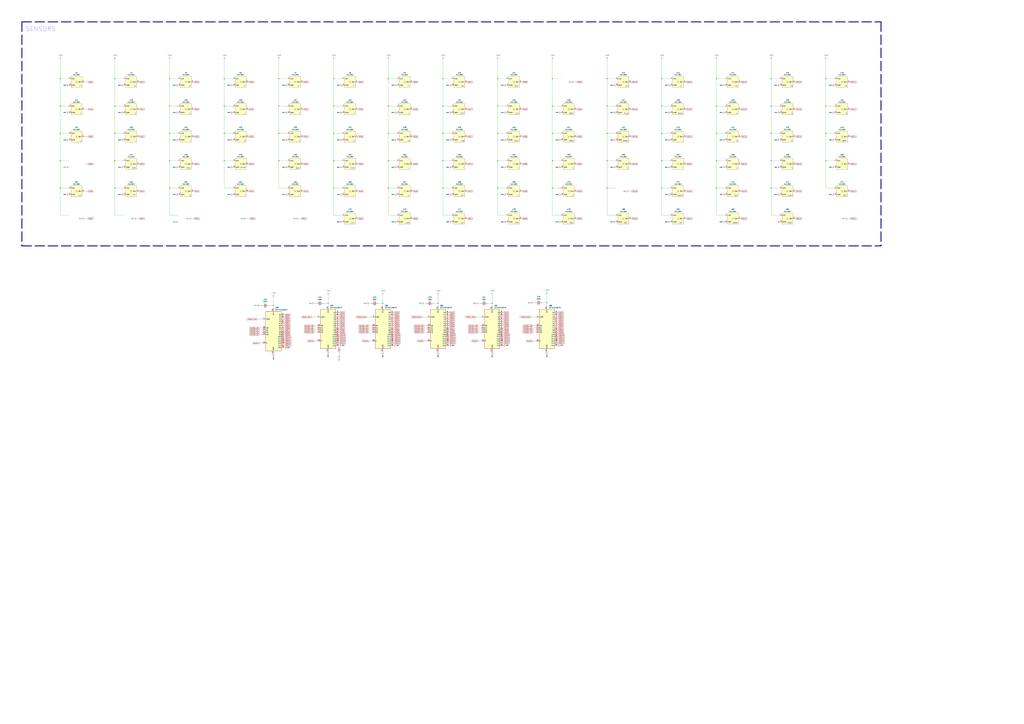
<source format=kicad_sch>
(kicad_sch (version 20231120) (generator "eeschema") (generator_version "8.0")
  (paper "A0")
  (junction (at 577.85 186.69))
  (junction (at 704.85 218.44))
  (junction (at 196.85 123.19))
  (junction (at 958.85 186.69))
  (junction (at 196.85 218.44))
  (junction (at 514.35 91.44))
  (junction (at 260.35 91.44))
  (junction (at 514.35 218.44))
  (junction (at 704.85 91.44))
  (junction (at 387.35 186.69))
  (junction (at 641.35 91.44))
  (junction (at 831.85 186.69))
  (junction (at 133.35 186.69))
  (junction (at 196.85 91.44))
  (junction (at 69.85 154.94))
  (junction (at 704.85 123.19))
  (junction (at 831.85 154.94))
  (junction (at 768.35 218.44))
  (junction (at 323.85 123.19))
  (junction (at 260.35 154.94))
  (junction (at 381 352.425))
  (junction (at 704.85 186.69))
  (junction (at 958.85 154.94))
  (junction (at 514.35 186.69))
  (junction (at 577.85 123.19))
  (junction (at 260.35 123.19))
  (junction (at 133.35 123.19))
  (junction (at 514.35 123.19))
  (junction (at 450.85 186.69))
  (junction (at 133.35 154.94))
  (junction (at 196.85 154.94))
  (junction (at 260.35 186.69))
  (junction (at 323.85 154.94))
  (junction (at 69.85 91.44))
  (junction (at 387.35 123.19))
  (junction (at 831.85 218.44))
  (junction (at 831.85 91.44))
  (junction (at 895.35 218.44))
  (junction (at 508.635 352.425))
  (junction (at 317.5 354.965))
  (junction (at 450.85 218.44))
  (junction (at 387.35 218.44))
  (junction (at 641.35 123.19))
  (junction (at 444.5 352.425))
  (junction (at 133.35 91.44))
  (junction (at 514.35 154.94))
  (junction (at 958.85 91.44))
  (junction (at 641.35 218.44))
  (junction (at 69.85 186.69))
  (junction (at 69.85 123.19))
  (junction (at 450.85 154.94))
  (junction (at 635 351.79))
  (junction (at 768.35 154.94))
  (junction (at 768.35 186.69))
  (junction (at 323.85 91.44))
  (junction (at 387.35 91.44))
  (junction (at 577.85 218.44))
  (junction (at 895.35 186.69))
  (junction (at 69.85 218.44))
  (junction (at 895.35 123.19))
  (junction (at 387.35 154.94))
  (junction (at 196.85 186.69))
  (junction (at 577.85 154.94))
  (junction (at 768.35 91.44))
  (junction (at 641.35 154.94))
  (junction (at 450.85 123.19))
  (junction (at 895.35 91.44))
  (junction (at 641.35 186.69))
  (junction (at 768.35 123.19))
  (junction (at 831.85 123.19))
  (junction (at 323.85 186.69))
  (junction (at 571.5 352.425))
  (junction (at 450.85 91.44))
  (junction (at 704.85 154.94))
  (junction (at 577.85 91.44))
  (junction (at 133.35 218.44))
  (junction (at 958.85 123.19))
  (junction (at 895.35 154.94))
  (wire (pts (xy 704.85 218.44) (xy 704.85 250.19)))
  (wire (pts (xy 555.625 396.24) (xy 558.8 396.24)))
  (wire (pts (xy 831.85 123.19) (xy 831.85 154.94)))
  (wire (pts (xy 444.5 352.425) (xy 444.5 355.6)))
  (wire (pts (xy 641.35 218.44) (xy 651.51 218.44)))
  (wire (pts (xy 514.35 123.19) (xy 514.35 154.94)))
  (wire (pts (xy 831.85 69.215) (xy 831.85 91.44)))
  (wire (pts (xy 450.85 186.69) (xy 450.85 218.44)))
  (wire (pts (xy 577.85 123.19) (xy 588.01 123.19)))
  (wire (pts (xy 768.35 91.44) (xy 778.51 91.44)))
  (wire (pts (xy 301.625 386.08) (xy 304.8 386.08)))
  (wire (pts (xy 895.35 154.94) (xy 905.51 154.94)))
  (wire (pts (xy 222.25 254) (xy 224.79 254)))
  (wire (pts (xy 492.76 386.08) (xy 495.935 386.08)))
  (wire (pts (xy 381 352.425) (xy 375.285 352.425)))
  (wire (pts (xy 381 342.9) (xy 381 352.425)))
  (wire (pts (xy 895.35 69.215) (xy 895.35 91.44)))
  (wire (pts (xy 704.85 154.94) (xy 704.85 186.69)))
  (wire (pts (xy 323.85 186.69) (xy 334.01 186.69)))
  (wire (pts (xy 577.85 250.19) (xy 588.01 250.19)))
  (wire (pts (xy 260.35 186.69) (xy 270.51 186.69)))
  (wire (pts (xy 831.85 250.19) (xy 842.01 250.19)))
  (bus (pts (xy 25.4 25.4) (xy 1022.985 25.4)) (stroke (width 1.016) (type dash)))
  (bus (pts (xy 25.4 25.4) (xy 25.4 285.75)) (stroke (width 1.016) (type dash)))
  (wire (pts (xy 555.625 378.46) (xy 558.8 378.46)))
  (wire (pts (xy 97.79 222.25) (xy 101.6 222.25)))
  (wire (pts (xy 196.85 154.94) (xy 196.85 186.69)))
  (wire (pts (xy 387.35 69.215) (xy 387.35 91.44)))
  (wire (pts (xy 133.35 123.19) (xy 133.35 154.94)))
  (wire (pts (xy 577.85 91.44) (xy 577.85 123.19)))
  (wire (pts (xy 514.35 186.69) (xy 514.35 218.44)))
  (wire (pts (xy 387.35 186.69) (xy 397.51 186.69)))
  (wire (pts (xy 387.35 154.94) (xy 387.35 186.69)))
  (wire (pts (xy 831.85 123.19) (xy 842.01 123.19)))
  (wire (pts (xy 323.85 91.44) (xy 323.85 123.19)))
  (wire (pts (xy 69.85 250.19) (xy 80.01 250.19)))
  (wire (pts (xy 444.5 352.425) (xy 438.785 352.425)))
  (wire (pts (xy 346.71 254) (xy 349.25 254)))
  (wire (pts (xy 571.5 352.425) (xy 565.785 352.425)))
  (wire (pts (xy 260.35 154.94) (xy 270.51 154.94)))
  (wire (pts (xy 298.45 370.84) (xy 304.8 370.84)))
  (wire (pts (xy 704.85 186.69) (xy 715.01 186.69)))
  (wire (pts (xy 768.35 186.69) (xy 778.51 186.69)))
  (wire (pts (xy 619.125 381) (xy 622.3 381)))
  (wire (pts (xy 133.35 186.69) (xy 143.51 186.69)))
  (wire (pts (xy 492.76 381) (xy 495.935 381)))
  (wire (pts (xy 365.125 378.46) (xy 368.3 378.46)))
  (wire (pts (xy 393.7 409.575) (xy 393.7 412.75)))
  (wire (pts (xy 489.585 368.3) (xy 495.935 368.3)))
  (wire (pts (xy 387.35 123.19) (xy 397.51 123.19)))
  (wire (pts (xy 428.625 381) (xy 431.8 381)))
  (wire (pts (xy 387.35 154.94) (xy 397.51 154.94)))
  (wire (pts (xy 133.35 123.19) (xy 143.51 123.19)))
  (wire (pts (xy 958.85 154.94) (xy 969.01 154.94)))
  (wire (pts (xy 450.85 218.44) (xy 450.85 250.19)))
  (wire (pts (xy 492.76 383.54) (xy 495.935 383.54)))
  (wire (pts (xy 577.85 186.69) (xy 577.85 218.44)))
  (wire (pts (xy 196.85 69.215) (xy 196.85 91.44)))
  (wire (pts (xy 577.85 154.94) (xy 588.01 154.94)))
  (wire (pts (xy 69.85 154.94) (xy 69.85 186.69)))
  (wire (pts (xy 641.35 69.215) (xy 641.35 91.44)))
  (wire (pts (xy 641.35 123.19) (xy 641.35 154.94)))
  (wire (pts (xy 196.85 250.19) (xy 207.01 250.19)))
  (wire (pts (xy 69.85 186.69) (xy 80.01 186.69)))
  (wire (pts (xy 133.35 69.215) (xy 133.35 91.44)))
  (wire (pts (xy 69.85 154.94) (xy 80.01 154.94)))
  (wire (pts (xy 577.85 154.94) (xy 577.85 186.69)))
  (wire (pts (xy 450.85 91.44) (xy 450.85 123.19)))
  (wire (pts (xy 958.85 186.69) (xy 969.01 186.69)))
  (wire (pts (xy 69.85 91.44) (xy 80.01 91.44)))
  (wire (pts (xy 895.35 123.19) (xy 905.51 123.19)))
  (wire (pts (xy 450.85 123.19) (xy 461.01 123.19)))
  (wire (pts (xy 704.85 154.94) (xy 715.01 154.94)))
  (wire (pts (xy 641.35 154.94) (xy 641.35 186.69)))
  (wire (pts (xy 958.85 154.94) (xy 958.85 186.69)))
  (wire (pts (xy 285.75 254) (xy 289.56 254)))
  (wire (pts (xy 196.85 154.94) (xy 207.01 154.94)))
  (wire (pts (xy 641.35 218.44) (xy 641.35 250.19)))
  (wire (pts (xy 895.35 123.19) (xy 895.35 154.94)))
  (wire (pts (xy 69.85 123.19) (xy 69.85 154.94)))
  (wire (pts (xy 514.35 69.215) (xy 514.35 91.44)))
  (wire (pts (xy 831.85 186.69) (xy 842.01 186.69)))
  (wire (pts (xy 619.125 383.54) (xy 622.3 383.54)))
  (wire (pts (xy 323.85 154.94) (xy 334.01 154.94)))
  (wire (pts (xy 69.85 218.44) (xy 80.01 218.44)))
  (wire (pts (xy 301.625 388.62) (xy 304.8 388.62)))
  (wire (pts (xy 301.625 383.54) (xy 304.8 383.54)))
  (wire (pts (xy 196.85 218.44) (xy 207.01 218.44)))
  (wire (pts (xy 635 342.265) (xy 635 351.79)))
  (wire (pts (xy 196.85 186.69) (xy 207.01 186.69)))
  (wire (pts (xy 196.85 123.19) (xy 207.01 123.19)))
  (wire (pts (xy 97.79 190.5) (xy 101.6 190.5)))
  (wire (pts (xy 666.75 95.25) (xy 669.29 95.25)))
  (wire (pts (xy 428.625 386.08) (xy 431.8 386.08)))
  (wire (pts (xy 577.85 69.215) (xy 577.85 91.44)))
  (wire (pts (xy 704.85 69.215) (xy 704.85 91.44)))
  (wire (pts (xy 831.85 154.94) (xy 842.01 154.94)))
  (wire (pts (xy 196.85 91.44) (xy 207.01 91.44)))
  (wire (pts (xy 641.35 186.69) (xy 641.35 218.44)))
  (wire (pts (xy 196.85 186.69) (xy 196.85 218.44)))
  (wire (pts (xy 619.125 386.08) (xy 622.3 386.08)))
  (wire (pts (xy 514.35 186.69) (xy 524.51 186.69)))
  (wire (pts (xy 97.79 254) (xy 101.6 254)))
  (wire (pts (xy 768.35 154.94) (xy 778.51 154.94)))
  (wire (pts (xy 619.125 378.46) (xy 622.3 378.46)))
  (wire (pts (xy 133.35 91.44) (xy 133.35 123.19)))
  (wire (pts (xy 895.35 91.44) (xy 905.51 91.44)))
  (wire (pts (xy 514.35 91.44) (xy 514.35 123.19)))
  (wire (pts (xy 831.85 91.44) (xy 842.01 91.44)))
  (wire (pts (xy 615.95 368.3) (xy 622.3 368.3)))
  (wire (pts (xy 260.35 69.215) (xy 260.35 91.44)))
  (wire (pts (xy 133.35 218.44) (xy 143.51 218.44)))
  (wire (pts (xy 196.85 91.44) (xy 196.85 123.19)))
  (wire (pts (xy 514.35 91.44) (xy 524.51 91.44)))
  (wire (pts (xy 768.35 69.215) (xy 768.35 91.44)))
  (wire (pts (xy 365.125 386.08) (xy 368.3 386.08)))
  (wire (pts (xy 514.35 154.94) (xy 514.35 186.69)))
  (wire (pts (xy 260.35 154.94) (xy 260.35 186.69)))
  (wire (pts (xy 730.25 222.25) (xy 732.79 222.25)))
  (wire (pts (xy 492.76 378.46) (xy 495.935 378.46)))
  (wire (pts (xy 514.35 218.44) (xy 514.35 250.19)))
  (wire (pts (xy 895.35 250.19) (xy 905.51 250.19)))
  (wire (pts (xy 831.85 218.44) (xy 831.85 250.19)))
  (wire (pts (xy 323.85 218.44) (xy 334.01 218.44)))
  (wire (pts (xy 260.35 186.69) (xy 260.35 218.44)))
  (wire (pts (xy 387.35 123.19) (xy 387.35 154.94)))
  (wire (pts (xy 260.35 123.19) (xy 270.51 123.19)))
  (wire (pts (xy 958.85 123.19) (xy 958.85 154.94)))
  (wire (pts (xy 577.85 218.44) (xy 588.01 218.44)))
  (wire (pts (xy 508.635 342.9) (xy 508.635 352.425)))
  (wire (pts (xy 514.35 123.19) (xy 524.51 123.19)))
  (wire (pts (xy 704.85 250.19) (xy 715.01 250.19)))
  (wire (pts (xy 958.85 91.44) (xy 969.01 91.44)))
  (wire (pts (xy 508.635 352.425) (xy 508.635 355.6)))
  (wire (pts (xy 158.75 254) (xy 161.29 254)))
  (wire (pts (xy 365.125 381) (xy 368.3 381)))
  (wire (pts (xy 323.85 91.44) (xy 334.01 91.44)))
  (wire (pts (xy 768.35 91.44) (xy 768.35 123.19)))
  (wire (pts (xy 260.35 91.44) (xy 270.51 91.44)))
  (wire (pts (xy 450.85 69.215) (xy 450.85 91.44)))
  (wire (pts (xy 768.35 250.19) (xy 778.51 250.19)))
  (wire (pts (xy 317.5 345.44) (xy 317.5 354.965)))
  (wire (pts (xy 428.625 383.54) (xy 431.8 383.54)))
  (wire (pts (xy 577.85 218.44) (xy 577.85 250.19)))
  (wire (pts (xy 133.35 154.94) (xy 143.51 154.94)))
  (wire (pts (xy 641.35 91.44) (xy 641.35 123.19)))
  (wire (pts (xy 323.85 123.19) (xy 323.85 154.94)))
  (wire (pts (xy 641.35 186.69) (xy 651.51 186.69)))
  (wire (pts (xy 196.85 123.19) (xy 196.85 154.94)))
  (wire (pts (xy 831.85 154.94) (xy 831.85 186.69)))
  (wire (pts (xy 450.85 218.44) (xy 461.01 218.44)))
  (wire (pts (xy 621.665 351.79) (xy 619.125 351.79)))
  (wire (pts (xy 508.635 352.425) (xy 502.92 352.425)))
  (wire (pts (xy 958.85 123.19) (xy 969.01 123.19)))
  (wire (pts (xy 704.85 186.69) (xy 704.85 218.44)))
  (wire (pts (xy 577.85 123.19) (xy 577.85 154.94)))
  (wire (pts (xy 387.35 218.44) (xy 397.51 218.44)))
  (wire (pts (xy 558.165 352.425) (xy 555.625 352.425)))
  (wire (pts (xy 133.35 186.69) (xy 133.35 218.44)))
  (wire (pts (xy 133.35 250.19) (xy 143.51 250.19)))
  (wire (pts (xy 514.35 154.94) (xy 524.51 154.94)))
  (wire (pts (xy 301.625 398.78) (xy 304.8 398.78)))
  (wire (pts (xy 895.35 218.44) (xy 895.35 250.19)))
  (wire (pts (xy 495.3 352.425) (xy 492.76 352.425)))
  (wire (pts (xy 958.85 186.69) (xy 958.85 218.44)))
  (wire (pts (xy 555.625 381) (xy 558.8 381)))
  (wire (pts (xy 895.35 218.44) (xy 905.51 218.44)))
  (wire (pts (xy 555.625 383.54) (xy 558.8 383.54)))
  (wire (pts (xy 577.85 91.44) (xy 588.01 91.44)))
  (wire (pts (xy 323.85 69.215) (xy 323.85 91.44)))
  (wire (pts (xy 958.85 91.44) (xy 958.85 123.19)))
  (wire (pts (xy 361.95 368.3) (xy 368.3 368.3)))
  (wire (pts (xy 641.35 154.94) (xy 651.51 154.94)))
  (wire (pts (xy 97.79 158.75) (xy 101.6 158.75)))
  (wire (pts (xy 387.35 91.44) (xy 397.51 91.44)))
  (wire (pts (xy 577.85 186.69) (xy 588.01 186.69)))
  (wire (pts (xy 768.35 123.19) (xy 768.35 154.94)))
  (wire (pts (xy 317.5 354.965) (xy 317.5 358.14)))
  (wire (pts (xy 317.5 354.965) (xy 311.785 354.965)))
  (wire (pts (xy 450.85 186.69) (xy 461.01 186.69)))
  (wire (pts (xy 895.35 154.94) (xy 895.35 186.69)))
  (wire (pts (xy 367.665 352.425) (xy 365.125 352.425)))
  (wire (pts (xy 895.35 186.69) (xy 905.51 186.69)))
  (wire (pts (xy 365.125 383.54) (xy 368.3 383.54)))
  (wire (pts (xy 69.85 123.19) (xy 80.01 123.19)))
  (wire (pts (xy 450.85 123.19) (xy 450.85 154.94)))
  (wire (pts (xy 365.125 396.24) (xy 368.3 396.24)))
  (wire (pts (xy 444.5 342.9) (xy 444.5 352.425)))
  (wire (pts (xy 196.85 218.44) (xy 196.85 250.19)))
  (wire (pts (xy 641.35 250.19) (xy 651.51 250.19)))
  (wire (pts (xy 958.85 69.215) (xy 958.85 91.44)))
  (wire (pts (xy 133.35 91.44) (xy 143.51 91.44)))
  (wire (pts (xy 387.35 91.44) (xy 387.35 123.19)))
  (wire (pts (xy 450.85 154.94) (xy 450.85 186.69)))
  (wire (pts (xy 768.35 186.69) (xy 768.35 218.44)))
  (wire (pts (xy 69.85 69.215) (xy 69.85 91.44)))
  (wire (pts (xy 492.76 396.24) (xy 495.935 396.24)))
  (wire (pts (xy 895.35 91.44) (xy 895.35 123.19)))
  (wire (pts (xy 831.85 186.69) (xy 831.85 218.44)))
  (wire (pts (xy 704.85 123.19) (xy 704.85 154.94)))
  (wire (pts (xy 514.35 218.44) (xy 524.51 218.44)))
  (wire (pts (xy 831.85 91.44) (xy 831.85 123.19)))
  (wire (pts (xy 133.35 154.94) (xy 133.35 186.69)))
  (wire (pts (xy 555.625 386.08) (xy 558.8 386.08)))
  (wire (pts (xy 381 352.425) (xy 381 355.6)))
  (wire (pts (xy 895.35 186.69) (xy 895.35 218.44)))
  (wire (pts (xy 552.45 368.3) (xy 558.8 368.3)))
  (wire (pts (xy 635 351.79) (xy 635 355.6)))
  (wire (pts (xy 69.85 91.44) (xy 69.85 123.19)))
  (wire (pts (xy 428.625 396.24) (xy 431.8 396.24)))
  (wire (pts (xy 768.35 123.19) (xy 778.51 123.19)))
  (bus (pts (xy 25.4 285.75) (xy 1022.985 285.75)) (stroke (width 1.016) (type dash)))
  (wire (pts (xy 768.35 154.94) (xy 768.35 186.69)))
  (wire (pts (xy 387.35 218.44) (xy 387.35 250.19)))
  (wire (pts (xy 704.85 91.44) (xy 715.01 91.44)))
  (wire (pts (xy 260.35 218.44) (xy 270.51 218.44)))
  (wire (pts (xy 768.35 218.44) (xy 778.51 218.44)))
  (wire (pts (xy 450.85 250.19) (xy 461.01 250.19)))
  (wire (pts (xy 133.35 218.44) (xy 133.35 250.19)))
  (wire (pts (xy 304.165 354.965) (xy 301.625 354.965)))
  (wire (pts (xy 641.35 91.44) (xy 651.51 91.44)))
  (wire (pts (xy 97.79 127) (xy 101.6 127)))
  (wire (pts (xy 428.625 378.46) (xy 431.8 378.46)))
  (wire (pts (xy 641.35 123.19) (xy 651.51 123.19)))
  (wire (pts (xy 260.35 91.44) (xy 260.35 123.19)))
  (wire (pts (xy 425.45 368.3) (xy 431.8 368.3)))
  (wire (pts (xy 704.85 91.44) (xy 704.85 123.19)))
  (wire (pts (xy 97.79 95.25) (xy 101.6 95.25)))
  (wire (pts (xy 387.35 250.19) (xy 397.51 250.19)))
  (wire (pts (xy 571.5 352.425) (xy 571.5 355.6)))
  (wire (pts (xy 831.85 218.44) (xy 842.01 218.44)))
  (wire (pts (xy 260.35 123.19) (xy 260.35 154.94)))
  (wire (pts (xy 514.35 250.19) (xy 524.51 250.19)))
  (wire (pts (xy 984.25 254) (xy 986.79 254)))
  (wire (pts (xy 323.85 123.19) (xy 334.01 123.19)))
  (wire (pts (xy 619.125 396.24) (xy 622.3 396.24)))
  (wire (pts (xy 768.35 218.44) (xy 768.35 250.19)))
  (wire (pts (xy 323.85 154.94) (xy 323.85 186.69)))
  (wire (pts (xy 69.85 218.44) (xy 69.85 250.19)))
  (wire (pts (xy 450.85 154.94) (xy 461.01 154.94)))
  (wire (pts (xy 301.625 381) (xy 304.8 381)))
  (wire (pts (xy 387.35 186.69) (xy 387.35 218.44)))
  (wire (pts (xy 958.85 218.44) (xy 969.01 218.44)))
  (bus (pts (xy 1022.985 25.4) (xy 1022.985 285.75)) (stroke (width 1.016) (type dash)))
  (wire (pts (xy 571.5 342.9) (xy 571.5 352.425)))
  (wire (pts (xy 704.85 218.44) (xy 715.01 218.44)))
  (wire (pts (xy 323.85 186.69) (xy 323.85 218.44)))
  (wire (pts (xy 69.85 186.69) (xy 69.85 218.44)))
  (wire (pts (xy 635 351.79) (xy 629.285 351.79)))
  (wire (pts (xy 704.85 123.19) (xy 715.01 123.19)))
  (wire (pts (xy 450.85 91.44) (xy 461.01 91.44)))
  (wire (pts (xy 431.165 352.425) (xy 428.625 352.425)))
  (text "C" (at 347.98 227.33 0) (effects (font (size 1.27 1.27)) (justify right)))
  (text "CAPS" (at 158.115 195.58 0) (effects (font (size 1.27 1.27)) (justify right)))
  (text "F6" (at 158.115 100.33 0) (effects (font (size 1.27 1.27)) (justify right)))
  (text "2" (at 412.115 132.08 0) (effects (font (size 1.27 1.27)) (justify right)))
  (text "RSFT" (at 983.615 227.33 0) (effects (font (size 1.27 1.27)) (justify right)))
  (text "F10" (at 856.615 100.33 0) (effects (font (size 1.27 1.27)) (justify right)))
  (text "8" (at 983.615 132.08 0) (effects (font (size 1.27 1.27)) (justify right)))
  (text "RIGHT" (at 920.115 259.08 0) (effects (font (size 1.27 1.27)) (justify right)))
  (text "F8" (at 983.615 100.33 0) (effects (font (size 1.27 1.27)) (justify right)))
  (text "TILDE" (at 539.115 132.08 0) (effects (font (size 1.27 1.27)) (justify right)))
  (text "COMMA" (at 793.115 227.33 0) (effects (font (size 1.27 1.27)) (justify right)))
  (text "F" (at 793.115 195.58 0) (effects (font (size 1.27 1.27)) (justify right)))
  (text "4" (at 285.115 132.08 0) (effects (font (size 1.27 1.27)) (justify right)))
  (text "QUOT" (at 348.615 195.58 0) (effects (font (size 1.27 1.27)) (justify right)))
  (text "J" (at 983.615 195.58 0) (effects (font (size 1.27 1.27)) (justify right)))
  (text "T" (at 221.615 163.83 0) (effects (font (size 1.27 1.27)) (justify right)))
  (text "BSLS" (at 666.115 163.83 0) (effects (font (size 1.27 1.27)) (justify right)))
  (text "SPC" (at 602.615 259.08 0) (effects (font (size 1.27 1.27)) (justify right)))
  (text "LWIN" (at 475.615 259.08 0) (effects (font (size 1.27 1.27)) (justify right)))
  (text "SLSH" (at 920.115 227.33 0) (effects (font (size 1.27 1.27)) (justify right)))
  (text "Y" (at 158.115 163.83 0) (effects (font (size 1.27 1.27)) (justify right)))
  (text "TAB" (at 539.115 163.83 0) (effects (font (size 1.27 1.27)) (justify right)))
  (text "HOME" (at 602.615 100.33 0) (effects (font (size 1.27 1.27)) (justify right)))
  (text "DOWN" (at 856.615 259.08 0) (effects (font (size 1.27 1.27)) (justify right)))
  (text "O" (at 856.615 163.83 0) (effects (font (size 1.27 1.27)) (justify right)))
  (text "F2" (at 412.115 100.33 0) (effects (font (size 1.27 1.27)) (justify right)))
  (text "V" (at 285.115 227.33 0) (effects (font (size 1.27 1.27)) (justify right)))
  (text "Z" (at 474.98 227.33 0) (effects (font (size 1.27 1.27)) (justify right)))
  (text "COLN" (at 412.115 195.58 0) (effects (font (size 1.27 1.27)) (justify right)))
  (text "BSPC" (at 666.115 132.08 0) (effects (font (size 1.27 1.27)) (justify right)))
  (text "6" (at 158.115 132.08 0) (effects (font (size 1.27 1.27)) (justify right)))
  (text "F12" (at 729.615 100.33 0) (effects (font (size 1.27 1.27)) (justify right)))
  (text "I" (at 793.115 163.83 0) (effects (font (size 1.27 1.27)) (justify right)))
  (text "W" (at 412.115 163.83 0) (effects (font (size 1.27 1.27)) (justify right)))
  (text "UP" (at 93.98 227.33 0) (effects (font (size 1.27 1.27)) (justify right)))
  (text "A" (at 602.615 195.58 0) (effects (font (size 1.27 1.27)) (justify right)))
  (text "9" (at 920.115 132.08 0) (effects (font (size 1.27 1.27)) (justify right)))
  (text "RBRKT" (at 729.615 163.83 0) (effects (font (size 1.27 1.27)) (justify right)))
  (text "PGDN" (at 221.615 195.58 0) (effects (font (size 1.27 1.27)) (justify right)))
  (text "LEFT" (at 793.115 259.08 0) (effects (font (size 1.27 1.27)) (justify right)))
  (text "F3" (at 347.98 100.33 0) (effects (font (size 1.27 1.27)) (justify right)))
  (text "F5" (at 221.615 100.33 0) (effects (font (size 1.27 1.27)) (justify right)))
  (text "LALT" (at 539.115 259.08 0) (effects (font (size 1.27 1.27)) (justify right)))
  (text "F9" (at 920.115 100.33 0) (effects (font (size 1.27 1.27)) (justify right)))
  (text "PLUS" (at 729.615 132.08 0) (effects (font (size 1.27 1.27)) (justify right)))
  (text "P" (at 920.115 163.83 0) (effects (font (size 1.27 1.27)) (justify right)))
  (text "END" (at 602.615 132.08 0) (effects (font (size 1.27 1.27)) (justify right)))
  (text "RALT" (at 666.115 259.08 0) (effects (font (size 1.27 1.27)) (justify right)))
  (text "F7" (at 94.615 100.33 0) (effects (font (size 1.27 1.27)) (justify right)))
  (text "N" (at 602.615 227.33 0) (effects (font (size 1.27 1.27)) (justify right)))
  (text "RCTL" (at 728.98 259.08 0) (effects (font (size 1.27 1.27)) (justify right)))
  (text "X" (at 411.48 227.33 0) (effects (font (size 1.27 1.27)) (justify right)))
  (text "F11" (at 793.115 100.33 0) (effects (font (size 1.27 1.27)) (justify right)))
  (text "Q" (at 475.615 163.83 0) (effects (font (size 1.27 1.27)) (justify right)))
  (text "LBRKT" (at 983.615 163.83 0) (effects (font (size 1.27 1.27)) (justify right)))
  (text "G" (at 856.615 195.58 0) (effects (font (size 1.27 1.27)) (justify right)))
  (text "E" (at 348.615 163.83 0) (effects (font (size 1.27 1.27)) (justify right)))
  (text "M" (at 666.115 227.33 0) (effects (font (size 1.27 1.27)) (justify right)))
  (text "INS" (at 157.48 226.695 0) (effects (font (size 1.27 1.27)) (justify right)))
  (text "1" (at 475.6487 132.1453 0) (effects (font (size 1.27 1.27)) (justify right)))
  (text "K" (at 539.115 195.58 0) (effects (font (size 1.27 1.27)) (justify right)))
  (text "DOT" (at 856.615 227.33 0) (effects (font (size 1.27 1.27)) (justify right)))
  (text "B" (at 221.615 227.33 0) (effects (font (size 1.27 1.27)) (justify right)))
  (text "S" (at 666.115 195.58 0) (effects (font (size 1.27 1.27)) (justify right)))
  (text "ESC" (at 539.115 100.33 0) (effects (font (size 1.27 1.27)) (justify right)))
  (text "F4" (at 285.115 100.33 0) (effects (font (size 1.27 1.27)) (justify right)))
  (text "LSFT" (at 539.115 227.33 0) (effects (font (size 1.27 1.27)) (justify right)))
  (text "0" (at 856.615 132.08 0) (effects (font (size 1.27 1.27)) (justify right)))
  (text "SENSORS" (at 64.77 36.83 0) (effects (font (size 5.08 5.08)) (justify right bottom)))
  (text "PGUP" (at 602.615 163.83 0) (effects (font (size 1.27 1.27)) (justify right)))
  (text "ENTER" (at 285.115 194.945 0) (effects (font (size 1.27 1.27)) (justify right)))
  (text "LCTL" (at 412.115 259.08 0) (effects (font (size 1.27 1.27)) (justify right)))
  (text "R" (at 285.115 163.83 0) (effects (font (size 1.27 1.27)) (justify right)))
  (text "7" (at 94.615 132.08 0) (effects (font (size 1.27 1.27)) (justify right)))
  (text "5" (at 221.615 132.08 0) (effects (font (size 1.27 1.27)) (justify right)))
  (text "H" (at 920.115 195.58 0) (effects (font (size 1.27 1.27)) (justify right)))
  (text "L" (at 474.98 195.58 0) (effects (font (size 1.27 1.27)) (justify right)))
  (text "3" (at 348.615 132.08 0) (effects (font (size 1.27 1.27)) (justify right)))
  (text "F1" (at 475.615 100.33 0) (effects (font (size 1.27 1.27)) (justify right)))
  (text "D" (at 729.615 195.58 0) (effects (font (size 1.27 1.27)) (justify right)))
  (text "U" (at 94.615 163.83 0) (effects (font (size 1.27 1.27)) (justify right)))
  (text "MINUS" (at 793.115 132.08 0) (effects (font (size 1.27 1.27)) (justify right)))
  (global_label "R4C9" (shape input) (at 584.2 386.08 0) (effects (font (size 1.143 1.143))) (property "Intersheetrefs" "${INTERSHEET_REFS}" (effects (hide yes))))
  (global_label "MUXEN" (shape input) (at 365.125 396.24 180) (effects (font (size 1.143 1.143))) (property "Intersheetrefs" "${INTERSHEET_REFS}" (effects (hide yes))))
  (global_label "R0C14" (shape input) (at 986.79 95.25 0) (effects (font (size 1.143 1.143))) (property "Intersheetrefs" "${INTERSHEET_REFS}" (effects (hide yes))))
  (global_label "R4C5" (shape input) (at 584.2 375.92 0) (effects (font (size 1.143 1.143))) (property "Intersheetrefs" "${INTERSHEET_REFS}" (effects (hide yes))))
  (global_label "MUXSEL_S3" (shape input) (at 619.125 386.08 180) (effects (font (size 1.143 1.143))) (property "Intersheetrefs" "${INTERSHEET_REFS}" (effects (hide yes))))
  (global_label "R5C4" (shape input) (at 647.7 373.38 0) (effects (font (size 1.143 1.143))) (property "Intersheetrefs" "${INTERSHEET_REFS}" (effects (hide yes))))
  (global_label "R2C3" (shape input) (at 457.2 370.84 0) (effects (font (size 1.143 1.143))) (property "Intersheetrefs" "${INTERSHEET_REFS}" (effects (hide yes))))
  (global_label "R2C13" (shape input) (at 923.29 158.75 0) (effects (font (size 1.143 1.143))) (property "Intersheetrefs" "${INTERSHEET_REFS}" (effects (hide yes))))
  (global_label "R0C13" (shape input) (at 330.2 398.78 0) (effects (font (size 1.143 1.143))) (property "Intersheetrefs" "${INTERSHEET_REFS}" (effects (hide yes))))
  (global_label "MUXEN" (shape input) (at 492.76 396.24 180) (effects (font (size 1.143 1.143))) (property "Intersheetrefs" "${INTERSHEET_REFS}" (effects (hide yes))))
  (global_label "MUXEN" (shape input) (at 555.625 396.24 180) (effects (font (size 1.143 1.143))) (property "Intersheetrefs" "${INTERSHEET_REFS}" (effects (hide yes))))
  (global_label "R4C2" (shape input) (at 224.79 222.25 0) (effects (font (size 1.143 1.143))) (property "Intersheetrefs" "${INTERSHEET_REFS}" (effects (hide yes))))
  (global_label "R0C8" (shape input) (at 330.2 386.08 0) (effects (font (size 1.143 1.143))) (property "Intersheetrefs" "${INTERSHEET_REFS}" (effects (hide yes))))
  (global_label "R3C9" (shape input) (at 521.335 386.08 0) (effects (font (size 1.143 1.143))) (property "Intersheetrefs" "${INTERSHEET_REFS}" (effects (hide yes))))
  (global_label "R3C10" (shape input) (at 732.79 190.5 0) (effects (font (size 1.143 1.143))) (property "Intersheetrefs" "${INTERSHEET_REFS}" (effects (hide yes))))
  (global_label "R4C14" (shape input) (at 986.79 222.25 0) (effects (font (size 1.143 1.143))) (property "Intersheetrefs" "${INTERSHEET_REFS}" (effects (hide yes))))
  (global_label "R0C13" (shape input) (at 923.29 95.25 0) (effects (font (size 1.143 1.143))) (property "Intersheetrefs" "${INTERSHEET_REFS}" (effects (hide yes))))
  (global_label "R3C1" (shape input) (at 161.29 190.5 0) (effects (font (size 1.143 1.143))) (property "Intersheetrefs" "${INTERSHEET_REFS}" (effects (hide yes))))
  (global_label "ROW1_MUX" (shape output) (at 361.95 368.3 180) (property "Intersheetrefs" "${INTERSHEET_REFS}" (effects (hide yes))))
  (global_label "MUXEN" (shape input) (at 428.625 396.24 180) (effects (font (size 1.143 1.143))) (property "Intersheetrefs" "${INTERSHEET_REFS}" (effects (hide yes))))
  (global_label "R4C4" (shape input) (at 584.2 373.38 0) (effects (font (size 1.143 1.143))) (property "Intersheetrefs" "${INTERSHEET_REFS}" (effects (hide yes))))
  (global_label "MUXSEL_S0" (shape input) (at 492.76 378.46 180) (effects (font (size 1.143 1.143))) (property "Intersheetrefs" "${INTERSHEET_REFS}" (effects (hide yes))))
  (global_label "R5C8" (shape input) (at 647.7 383.54 0) (effects (font (size 1.143 1.143))) (property "Intersheetrefs" "${INTERSHEET_REFS}" (effects (hide yes))))
  (global_label "R0C4" (shape input) (at 330.2 375.92 0) (effects (font (size 1.143 1.143))) (property "Intersheetrefs" "${INTERSHEET_REFS}" (effects (hide yes))))
  (global_label "R5C5" (shape input) (at 415.29 254 0) (effects (font (size 1.143 1.143))) (property "Intersheetrefs" "${INTERSHEET_REFS}" (effects (hide yes))))
  (global_label "R5C10" (shape input) (at 647.7 388.62 0) (effects (font (size 1.143 1.143))) (property "Intersheetrefs" "${INTERSHEET_REFS}" (effects (hide yes))))
  (global_label "ROW0_MUX" (shape output) (at 298.45 370.84 180) (property "Intersheetrefs" "${INTERSHEET_REFS}" (effects (hide yes))))
  (global_label "R3C7" (shape input) (at 521.335 381 0) (effects (font (size 1.143 1.143))) (property "Intersheetrefs" "${INTERSHEET_REFS}" (effects (hide yes))))
  (global_label "R2C1" (shape input) (at 161.29 158.75 0) (effects (font (size 1.143 1.143))) (property "Intersheetrefs" "${INTERSHEET_REFS}" (effects (hide yes))))
  (global_label "MUXSEL_S2" (shape input) (at 619.125 383.54 180) (effects (font (size 1.143 1.143))) (property "Intersheetrefs" "${INTERSHEET_REFS}" (effects (hide yes))))
  (global_label "R4C9" (shape input) (at 669.29 222.25 0) (effects (font (size 1.143 1.143))) (property "Intersheetrefs" "${INTERSHEET_REFS}" (effects (hide yes))))
  (global_label "R0C5" (shape input) (at 415.29 95.25 0) (effects (font (size 1.143 1.143))) (property "Intersheetrefs" "${INTERSHEET_REFS}" (effects (hide yes))))
  (global_label "R0C5" (shape input) (at 330.2 378.46 0) (effects (font (size 1.143 1.143))) (property "Intersheetrefs" "${INTERSHEET_REFS}" (effects (hide yes))))
  (global_label "R3C6" (shape input) (at 478.79 190.5 0) (effects (font (size 1.143 1.143))) (property "Intersheetrefs" "${INTERSHEET_REFS}" (effects (hide yes))))
  (global_label "R1C5" (shape input) (at 415.29 127 0) (effects (font (size 1.143 1.143))) (property "Intersheetrefs" "${INTERSHEET_REFS}" (effects (hide yes))))
  (global_label "R5C11" (shape input) (at 796.29 254 0) (effects (font (size 1.143 1.143))) (property "Intersheetrefs" "${INTERSHEET_REFS}" (effects (hide yes))))
  (global_label "R2C2" (shape input) (at 457.2 368.3 0) (effects (font (size 1.143 1.143))) (property "Intersheetrefs" "${INTERSHEET_REFS}" (effects (hide yes))))
  (global_label "R2C0" (shape input) (at 101.6 158.75 0) (effects (font (size 1.143 1.143))) (property "Intersheetrefs" "${INTERSHEET_REFS}" (effects (hide yes))))
  (global_label "R1C1" (shape input) (at 393.7 365.76 0) (effects (font (size 1.143 1.143))) (property "Intersheetrefs" "${INTERSHEET_REFS}" (effects (hide yes))))
  (global_label "MUXSEL_S1" (shape input) (at 365.125 381 180) (effects (font (size 1.143 1.143))) (property "Intersheetrefs" "${INTERSHEET_REFS}" (effects (hide yes))))
  (global_label "R3C4" (shape input) (at 521.335 373.38 0) (effects (font (size 1.143 1.143))) (property "Intersheetrefs" "${INTERSHEET_REFS}" (effects (hide yes))))
  (global_label "R1C6" (shape input) (at 478.79 127 0) (effects (font (size 1.143 1.143))) (property "Intersheetrefs" "${INTERSHEET_REFS}" (effects (hide yes))))
  (global_label "R3C14" (shape input) (at 986.79 190.5 0) (effects (font (size 1.143 1.143))) (property "Intersheetrefs" "${INTERSHEET_REFS}" (effects (hide yes))))
  (global_label "R1C3" (shape input) (at 288.29 127 0) (effects (font (size 1.143 1.143))) (property "Intersheetrefs" "${INTERSHEET_REFS}" (effects (hide yes))))
  (global_label "R3C9" (shape input) (at 669.29 190.5 0) (effects (font (size 1.143 1.143))) (property "Intersheetrefs" "${INTERSHEET_REFS}" (effects (hide yes))))
  (global_label "R1C13" (shape input) (at 923.29 127 0) (effects (font (size 1.143 1.143))) (property "Intersheetrefs" "${INTERSHEET_REFS}" (effects (hide yes))))
  (global_label "R4C2" (shape input) (at 584.2 368.3 0) (effects (font (size 1.143 1.143))) (property "Intersheetrefs" "${INTERSHEET_REFS}" (effects (hide yes))))
  (global_label "R0C10" (shape input) (at 330.2 391.16 0) (effects (font (size 1.143 1.143))) (property "Intersheetrefs" "${INTERSHEET_REFS}" (effects (hide yes))))
  (global_label "R2C1" (shape input) (at 457.2 365.76 0) (effects (font (size 1.143 1.143))) (property "Intersheetrefs" "${INTERSHEET_REFS}" (effects (hide yes))))
  (global_label "R4C12" (shape input) (at 584.2 393.7 0) (effects (font (size 1.143 1.143))) (property "Intersheetrefs" "${INTERSHEET_REFS}" (effects (hide yes))))
  (global_label "R2C10" (shape input) (at 457.2 388.62 0) (effects (font (size 1.143 1.143))) (property "Intersheetrefs" "${INTERSHEET_REFS}" (effects (hide yes))))
  (global_label "R1C11" (shape input) (at 393.7 391.16 0) (effects (font (size 1.143 1.143))) (property "Intersheetrefs" "${INTERSHEET_REFS}" (effects (hide yes))))
  (global_label "R2C11" (shape input) (at 457.2 391.16 0) (effects (font (size 1.143 1.143))) (property "Intersheetrefs" "${INTERSHEET_REFS}" (effects (hide yes))))
  (global_label "R1C10" (shape input) (at 393.7 388.62 0) (effects (font (size 1.143 1.143))) (property "Intersheetrefs" "${INTERSHEET_REFS}" (effects (hide yes))))
  (global_label "MUXSEL_S0" (shape input) (at 428.625 378.46 180) (effects (font (size 1.143 1.143))) (property "Intersheetrefs" "${INTERSHEET_REFS}" (effects (hide yes))))
  (global_label "MUXSEL_S1" (shape input) (at 428.625 381 180) (effects (font (size 1.143 1.143))) (property "Intersheetrefs" "${INTERSHEET_REFS}" (effects (hide yes))))
  (global_label "R5C6" (shape input) (at 647.7 378.46 0) (effects (font (size 1.143 1.143))) (property "Intersheetrefs" "${INTERSHEET_REFS}" (effects (hide yes))))
  (global_label "R3C0" (shape input) (at 101.6 190.5 0) (effects (font (size 1.143 1.143))) (property "Intersheetrefs" "${INTERSHEET_REFS}" (effects (hide yes))))
  (global_label "R0C9" (shape input) (at 330.2 388.62 0) (effects (font (size 1.143 1.143))) (property "Intersheetrefs" "${INTERSHEET_REFS}" (effects (hide yes))))
  (global_label "R3C11" (shape input) (at 796.29 190.5 0) (effects (font (size 1.143 1.143))) (property "Intersheetrefs" "${INTERSHEET_REFS}" (effects (hide yes))))
  (global_label "R4C8" (shape input) (at 584.2 383.54 0) (effects (font (size 1.143 1.143))) (property "Intersheetrefs" "${INTERSHEET_REFS}" (effects (hide yes))))
  (global_label "R2C6" (shape input) (at 457.2 378.46 0) (effects (font (size 1.143 1.143))) (property "Intersheetrefs" "${INTERSHEET_REFS}" (effects (hide yes))))
  (global_label "R2C11" (shape input) (at 796.29 158.75 0) (effects (font (size 1.143 1.143))) (property "Intersheetrefs" "${INTERSHEET_REFS}" (effects (hide yes))))
  (global_label "R1C7" (shape input) (at 393.7 381 0) (effects (font (size 1.143 1.143))) (property "Intersheetrefs" "${INTERSHEET_REFS}" (effects (hide yes))))
  (global_label "R1C12" (shape input) (at 393.7 393.7 0) (effects (font (size 1.143 1.143))) (property "Intersheetrefs" "${INTERSHEET_REFS}" (effects (hide yes))))
  (global_label "R3C10" (shape input) (at 521.335 388.62 0) (effects (font (size 1.143 1.143))) (property "Intersheetrefs" "${INTERSHEET_REFS}" (effects (hide yes))))
  (global_label "R2C8" (shape input) (at 457.2 383.54 0) (effects (font (size 1.143 1.143))) (property "Intersheetrefs" "${INTERSHEET_REFS}" (effects (hide yes))))
  (global_label "R4C14" (shape input) (at 584.2 398.78 0) (effects (font (size 1.143 1.143))) (property "Intersheetrefs" "${INTERSHEET_REFS}" (effects (hide yes))))
  (global_label "R5C14" (shape input) (at 647.7 398.78 0) (effects (font (size 1.143 1.143))) (property "Intersheetrefs" "${INTERSHEET_REFS}" (effects (hide yes))))
  (global_label "R2C5" (shape input) (at 457.2 375.92 0) (effects (font (size 1.143 1.143))) (property "Intersheetrefs" "${INTERSHEET_REFS}" (effects (hide yes))))
  (global_label "R5C9" (shape input) (at 669.29 254 0) (effects (font (size 1.143 1.143))) (property "Intersheetrefs" "${INTERSHEET_REFS}" (effects (hide yes))))
  (global_label "R1C4" (shape input) (at 351.79 127 0) (effects (font (size 1.143 1.143))) (property "Intersheetrefs" "${INTERSHEET_REFS}" (effects (hide yes))))
  (global_label "R5C0" (shape input) (at 647.7 363.22 0) (effects (font (size 1.143 1.143))) (property "Intersheetrefs" "${INTERSHEET_REFS}" (effects (hide yes))))
  (global_label "R0C4" (shape input) (at 351.79 95.25 0) (effects (font (size 1.143 1.143))) (property "Intersheetrefs" "${INTERSHEET_REFS}" (effects (hide yes))))
  (global_label "ROW5_MUX" (shape output) (at 615.95 368.3 180) (property "Intersheetrefs" "${INTERSHEET_REFS}" (effects (hide yes))))
  (global_label "R0C11" (shape input) (at 796.29 95.25 0) (effects (font (size 1.143 1.143))) (property "Intersheetrefs" "${INTERSHEET_REFS}" (effects (hide yes))))
  (global_label "R2C8" (shape input) (at 605.79 158.75 0) (effects (font (size 1.143 1.143))) (property "Intersheetrefs" "${INTERSHEET_REFS}" (effects (hide yes))))
  (global_label "R1C9" (shape input) (at 393.7 386.08 0) (effects (font (size 1.143 1.143))) (property "Intersheetrefs" "${INTERSHEET_REFS}" (effects (hide yes))))
  (global_label "R3C3" (shape input) (at 288.29 190.5 0) (effects (font (size 1.143 1.143))) (property "Intersheetrefs" "${INTERSHEET_REFS}" (effects (hide yes))))
  (global_label "MUXSEL_S3" (shape input) (at 428.625 386.08 180) (effects (font (size 1.143 1.143))) (property "Intersheetrefs" "${INTERSHEET_REFS}" (effects (hide yes))))
  (global_label "ROW4_MUX" (shape output) (at 552.45 368.3 180) (property "Intersheetrefs" "${INTERSHEET_REFS}" (effects (hide yes))))
  (global_label "R0C1" (shape input) (at 161.29 95.25 0) (effects (font (size 1.143 1.143))) (property "Intersheetrefs" "${INTERSHEET_REFS}" (effects (hide yes))))
  (global_label "R2C7" (shape input) (at 542.29 158.75 0) (effects (font (size 1.143 1.143))) (property "Intersheetrefs" "${INTERSHEET_REFS}" (effects (hide yes))))
  (global_label "R4C10" (shape input) (at 584.2 388.62 0) (effects (font (size 1.143 1.143))) (property "Intersheetrefs" "${INTERSHEET_REFS}" (effects (hide yes))))
  (global_label "R1C9" (shape input) (at 669.29 127 0) (effects (font (size 1.143 1.143))) (property "Intersheetrefs" "${INTERSHEET_REFS}" (effects (hide yes))))
  (global_label "R1C6" (shape input) (at 393.7 378.46 0) (effects (font (size 1.143 1.143))) (property "Intersheetrefs" "${INTERSHEET_REFS}" (effects (hide yes))))
  (global_label "R5C10" (shape input) (at 732.79 254 0) (effects (font (size 1.143 1.143))) (property "Intersheetrefs" "${INTERSHEET_REFS}" (effects (hide yes))))
  (global_label "R0C3" (shape input) (at 330.2 373.38 0) (effects (font (size 1.143 1.143))) (property "Intersheetrefs" "${INTERSHEET_REFS}" (effects (hide yes))))
  (global_label "R0C6" (shape input) (at 478.79 95.25 0) (effects (font (size 1.143 1.143))) (property "Intersheetrefs" "${INTERSHEET_REFS}" (effects (hide yes))))
  (global_label "R0C11" (shape input) (at 330.2 393.7 0) (effects (font (size 1.143 1.143))) (property "Intersheetrefs" "${INTERSHEET_REFS}" (effects (hide yes))))
  (global_label "MUXEN" (shape input) (at 619.125 396.24 180) (effects (font (size 1.143 1.143))) (property "Intersheetrefs" "${INTERSHEET_REFS}" (effects (hide yes))))
  (global_label "R0C6" (shape input) (at 330.2 381 0) (effects (font (size 1.143 1.143))) (property "Intersheetrefs" "${INTERSHEET_REFS}" (effects (hide yes))))
  (global_label "MUXSEL_S0" (shape input) (at 555.625 378.46 180) (effects (font (size 1.143 1.143))) (property "Intersheetrefs" "${INTERSHEET_REFS}" (effects (hide yes))))
  (global_label "R4C10" (shape input) (at 732.79 222.25 0) (effects (font (size 1.143 1.143))) (property "Intersheetrefs" "${INTERSHEET_REFS}" (effects (hide yes))))
  (global_label "R3C1" (shape input) (at 521.335 365.76 0) (effects (font (size 1.143 1.143))) (property "Intersheetrefs" "${INTERSHEET_REFS}" (effects (hide yes))))
  (global_label "R1C4" (shape input) (at 393.7 373.38 0) (effects (font (size 1.143 1.143))) (property "Intersheetrefs" "${INTERSHEET_REFS}" (effects (hide yes))))
  (global_label "MUXSEL_S0" (shape input) (at 365.125 378.46 180) (effects (font (size 1.143 1.143))) (property "Intersheetrefs" "${INTERSHEET_REFS}" (effects (hide yes))))
  (global_label "R4C7" (shape input) (at 584.2 381 0) (effects (font (size 1.143 1.143))) (property "Intersheetrefs" "${INTERSHEET_REFS}" (effects (hide yes))))
  (global_label "R3C11" (shape input) (at 521.335 391.16 0) (effects (font (size 1.143 1.143))) (property "Intersheetrefs" "${INTERSHEET_REFS}" (effects (hide yes))))
  (global_label "R2C10" (shape input) (at 732.79 158.75 0) (effects (font (size 1.143 1.143))) (property "Intersheetrefs" "${INTERSHEET_REFS}" (effects (hide yes))))
  (global_label "R3C4" (shape input) (at 351.79 190.5 0) (effects (font (size 1.143 1.143))) (property "Intersheetrefs" "${INTERSHEET_REFS}" (effects (hide yes))))
  (global_label "R4C6" (shape input) (at 584.2 378.46 0) (effects (font (size 1.143 1.143))) (property "Intersheetrefs" "${INTERSHEET_REFS}" (effects (hide yes))))
  (global_label "R2C7" (shape input) (at 457.2 381 0) (effects (font (size 1.143 1.143))) (property "Intersheetrefs" "${INTERSHEET_REFS}" (effects (hide yes))))
  (global_label "R3C14" (shape input) (at 521.335 398.78 0) (effects (font (size 1.143 1.143))) (property "Intersheetrefs" "${INTERSHEET_REFS}" (effects (hide yes))))
  (global_label "MUXSEL_S3" (shape input) (at 301.625 388.62 180) (effects (font (size 1.143 1.143))) (property "Intersheetrefs" "${INTERSHEET_REFS}" (effects (hide yes))))
  (global_label "R1C13" (shape input) (at 393.7 396.24 0) (effects (font (size 1.143 1.143))) (property "Intersheetrefs" "${INTERSHEET_REFS}" (effects (hide yes))))
  (global_label "R0C8" (shape input) (at 605.79 95.25 0) (effects (font (size 1.143 1.143))) (property "Intersheetrefs" "${INTERSHEET_REFS}" (effects (hide yes))))
  (global_label "R3C13" (shape input) (at 521.335 396.24 0) (effects (font (size 1.143 1.143))) (property "Intersheetrefs" "${INTERSHEET_REFS}" (effects (hide yes))))
  (global_label "R2C14" (shape input) (at 457.2 398.78 0) (effects (font (size 1.143 1.143))) (property "Intersheetrefs" "${INTERSHEET_REFS}" (effects (hide yes))))
  (global_label "R2C13" (shape input) (at 457.2 396.24 0) (effects (font (size 1.143 1.143))) (property "Intersheetrefs" "${INTERSHEET_REFS}" (effects (hide yes))))
  (global_label "R1C0" (shape input) (at 101.6 127 0) (effects (font (size 1.143 1.143))) (property "Intersheetrefs" "${INTERSHEET_REFS}" (effects (hide yes))))
  (global_label "R3C8" (shape input) (at 521.335 383.54 0) (effects (font (size 1.143 1.143))) (property "Intersheetrefs" "${INTERSHEET_REFS}" (effects (hide yes))))
  (global_label "MUXSEL_S2" (shape input) (at 428.625 383.54 180) (effects (font (size 1.143 1.143))) (property "Intersheetrefs" "${INTERSHEET_REFS}" (effects (hide yes))))
  (global_label "R3C3" (shape input) (at 521.335 370.84 0) (effects (font (size 1.143 1.143))) (property "Intersheetrefs" "${INTERSHEET_REFS}" (effects (hide yes))))
  (global_label "R0C14" (shape input) (at 330.2 401.32 0) (effects (font (size 1.143 1.143))) (property "Intersheetrefs" "${INTERSHEET_REFS}" (effects (hide yes))))
  (global_label "R3C2" (shape input) (at 521.335 368.3 0) (effects (font (size 1.143 1.143))) (property "Intersheetrefs" "${INTERSHEET_REFS}" (effects (hide yes))))
  (global_label "R0C7" (shape input) (at 330.2 383.54 0) (effects (font (size 1.143 1.143))) (property "Intersheetrefs" "${INTERSHEET_REFS}" (effects (hide yes))))
  (global_label "R4C11" (shape input) (at 796.29 222.25 0) (effects (font (size 1.143 1.143))) (property "Intersheetrefs" "${INTERSHEET_REFS}" (effects (hide yes))))
  (global_label "R2C12" (shape input) (at 859.79 158.75 0) (effects (font (size 1.143 1.143))) (property "Intersheetrefs" "${INTERSHEET_REFS}" (effects (hide yes))))
  (global_label "R4C11" (shape input) (at 584.2 391.16 0) (effects (font (size 1.143 1.143))) (property "Intersheetrefs" "${INTERSHEET_REFS}" (effects (hide yes))))
  (global_label "R2C14" (shape input) (at 986.79 158.75 0) (effects (font (size 1.143 1.143))) (property "Intersheetrefs" "${INTERSHEET_REFS}" (effects (hide yes))))
  (global_label "MUXSEL_S3" (shape input) (at 492.76 386.08 180) (effects (font (size 1.143 1.143))) (property "Intersheetrefs" "${INTERSHEET_REFS}" (effects (hide yes))))
  (global_label "R2C5" (shape input) (at 415.29 158.75 0) (effects (font (size 1.143 1.143))) (property "Intersheetrefs" "${INTERSHEET_REFS}" (effects (hide yes))))
  (global_label "R3C5" (shape input) (at 521.335 375.92 0) (effects (font (size 1.143 1.143))) (property "Intersheetrefs" "${INTERSHEET_REFS}" (effects (hide yes))))
  (global_label "MUXSEL_S2" (shape input) (at 365.125 383.54 180) (effects (font (size 1.143 1.143))) (property "Intersheetrefs" "${INTERSHEET_REFS}" (effects (hide yes))))
  (global_label "R4C7" (shape input) (at 542.29 222.25 0) (effects (font (size 1.143 1.143))) (property "Intersheetrefs" "${INTERSHEET_REFS}" (effects (hide yes))))
  (global_label "R5C0" (shape input) (at 101.6 254 0) (effects (font (size 1.143 1.143))) (property "Intersheetrefs" "${INTERSHEET_REFS}" (effects (hide yes))))
  (global_label "MUXSEL_S3" (shape input) (at 365.125 386.08 180) (effects (font (size 1.143 1.143))) (property "Intersheetrefs" "${INTERSHEET_REFS}" (effects (hide yes))))
  (global_label "R4C3" (shape input) (at 288.29 222.25 0) (effects (font (size 1.143 1.143))) (property "Intersheetrefs" "${INTERSHEET_REFS}" (effects (hide yes))))
  (global_label "R2C12" (shape input) (at 457.2 393.7 0) (effects (font (size 1.143 1.143))) (property "Intersheetrefs" "${INTERSHEET_REFS}" (effects (hide yes))))
  (global_label "R5C3" (shape input) (at 647.7 370.84 0) (effects (font (size 1.143 1.143))) (property "Intersheetrefs" "${INTERSHEET_REFS}" (effects (hide yes))))
  (global_label "R0C12" (shape input) (at 859.79 95.25 0) (effects (font (size 1.143 1.143))) (property "Intersheetrefs" "${INTERSHEET_REFS}" (effects (hide yes))))
  (global_label "R5C2" (shape input) (at 224.79 254 0) (effects (font (size 1.143 1.143))) (property "Intersheetrefs" "${INTERSHEET_REFS}" (effects (hide yes))))
  (global_label "R5C13" (shape input) (at 923.29 254 0) (effects (font (size 1.143 1.143))) (property "Intersheetrefs" "${INTERSHEET_REFS}" (effects (hide yes))))
  (global_label "R1C11" (shape input) (at 796.29 127 0) (effects (font (size 1.143 1.143))) (property "Intersheetrefs" "${INTERSHEET_REFS}" (effects (hide yes))))
  (global_label "MUXSEL_S3" (shape input) (at 555.625 386.08 180) (effects (font (size 1.143 1.143))) (property "Intersheetrefs" "${INTERSHEET_REFS}" (effects (hide yes))))
  (global_label "R5C7" (shape input) (at 542.29 254 0) (effects (font (size 1.143 1.143))) (property "Intersheetrefs" "${INTERSHEET_REFS}" (effects (hide yes))))
  (global_label "R1C10" (shape input) (at 732.79 127 0) (effects (font (size 1.143 1.143))) (property "Intersheetrefs" "${INTERSHEET_REFS}" (effects (hide yes))))
  (global_label "R5C5" (shape input) (at 647.7 375.92 0) (effects (font (size 1.143 1.143))) (property "Intersheetrefs" "${INTERSHEET_REFS}" (effects (hide yes))))
  (global_label "R1C2" (shape input) (at 224.79 127 0) (effects (font (size 1.143 1.143))) (property "Intersheetrefs" "${INTERSHEET_REFS}" (effects (hide yes))))
  (global_label "R5C14" (shape input) (at 986.79 254 0) (effects (font (size 1.143 1.143))) (property "Intersheetrefs" "${INTERSHEET_REFS}" (effects (hide yes))))
  (global_label "MUXSEL_S1" (shape input) (at 492.76 381 180) (effects (font (size 1.143 1.143))) (property "Intersheetrefs" "${INTERSHEET_REFS}" (effects (hide yes))))
  (global_label "R2C4" (shape input) (at 351.79 158.75 0) (effects (font (size 1.143 1.143))) (property "Intersheetrefs" "${INTERSHEET_REFS}" (effects (hide yes))))
  (global_label "R5C1" (shape input) (at 647.7 365.76 0) (effects (font (size 1.143 1.143))) (property "Intersheetrefs" "${INTERSHEET_REFS}" (effects (hide yes))))
  (global_label "R5C9" (shape input) (at 647.7 386.08 0) (effects (font (size 1.143 1.143))) (property "Intersheetrefs" "${INTERSHEET_REFS}" (effects (hide yes))))
  (global_label "R1C7" (shape input) (at 542.29 127 0) (effects (font (size 1.143 1.143))) (property "Intersheetrefs" "${INTERSHEET_REFS}" (effects (hide yes))))
  (global_label "R5C11" (shape input) (at 647.7 391.16 0) (effects (font (size 1.143 1.143))) (property "Intersheetrefs" "${INTERSHEET_REFS}" (effects (hide yes))))
  (global_label "R0C0" (shape input) (at 330.2 365.76 0) (effects (font (size 1.143 1.143))) (property "Intersheetrefs" "${INTERSHEET_REFS}" (effects (hide yes))))
  (global_label "R3C0" (shape input) (at 521.335 363.22 0) (effects (font (size 1.143 1.143))) (property "Intersheetrefs" "${INTERSHEET_REFS}" (effects (hide yes))))
  (global_label "R0C2" (shape input) (at 224.79 95.25 0) (effects (font (size 1.143 1.143))) (property "Intersheetrefs" "${INTERSHEET_REFS}" (effects (hide yes))))
  (global_label "R3C5" (shape input) (at 415.29 190.5 0) (effects (font (size 1.143 1.143))) (property "Intersheetrefs" "${INTERSHEET_REFS}" (effects (hide yes))))
  (global_label "R1C2" (shape input) (at 393.7 368.3 0) (effects (font (size 1.143 1.143))) (property "Intersheetrefs" "${INTERSHEET_REFS}" (effects (hide yes))))
  (global_label "R3C8" (shape input) (at 605.79 190.5 0) (effects (font (size 1.143 1.143))) (property "Intersheetrefs" "${INTERSHEET_REFS}" (effects (hide yes))))
  (global_label "R4C12" (shape input) (at 859.79 222.25 0) (effects (font (size 1.143 1.143))) (property "Intersheetrefs" "${INTERSHEET_REFS}" (effects (hide yes))))
  (global_label "R4C4" (shape input) (at 351.79 222.25 0) (effects (font (size 1.143 1.143))) (property "Intersheetrefs" "${INTERSHEET_REFS}" (effects (hide yes))))
  (global_label "R5C12" (shape input) (at 647.7 393.7 0) (effects (font (size 1.143 1.143))) (property "Intersheetrefs" "${INTERSHEET_REFS}" (effects (hide yes))))
  (global_label "GND" (shape input) (at 393.7 409.575 90) (effects (font (size 1.143 1.143))) (property "Intersheetrefs" "${INTERSHEET_REFS}" (effects (hide yes))))
  (global_label "R3C12" (shape input) (at 859.79 190.5 0) (effects (font (size 1.143 1.143))) (property "Intersheetrefs" "${INTERSHEET_REFS}" (effects (hide yes))))
  (global_label "R1C8" (shape input) (at 605.79 127 0) (effects (font (size 1.143 1.143))) (property "Intersheetrefs" "${INTERSHEET_REFS}" (effects (hide yes))))
  (global_label "R1C3" (shape input) (at 393.7 370.84 0) (effects (font (size 1.143 1.143))) (property "Intersheetrefs" "${INTERSHEET_REFS}" (effects (hide yes))))
  (global_label "R3C6" (shape input) (at 521.335 378.46 0) (effects (font (size 1.143 1.143))) (property "Intersheetrefs" "${INTERSHEET_REFS}" (effects (hide yes))))
  (global_label "R4C5" (shape input) (at 415.29 222.25 0) (effects (font (size 1.143 1.143))) (property "Intersheetrefs" "${INTERSHEET_REFS}" (effects (hide yes))))
  (global_label "R3C12" (shape input) (at 521.335 393.7 0) (effects (font (size 1.143 1.143))) (property "Intersheetrefs" "${INTERSHEET_REFS}" (effects (hide yes))))
  (global_label "R3C7" (shape input) (at 542.29 190.5 0) (effects (font (size 1.143 1.143))) (property "Intersheetrefs" "${INTERSHEET_REFS}" (effects (hide yes))))
  (global_label "MUXSEL_S0" (shape input) (at 301.625 381 180) (effects (font (size 1.143 1.143))) (property "Intersheetrefs" "${INTERSHEET_REFS}" (effects (hide yes))))
  (global_label "MUXSEL_S1" (shape input) (at 555.625 381 180) (effects (font (size 1.143 1.143))) (property "Intersheetrefs" "${INTERSHEET_REFS}" (effects (hide yes))))
  (global_label "R5C13" (shape input) (at 647.7 396.24 0) (effects (font (size 1.143 1.143))) (property "Intersheetrefs" "${INTERSHEET_REFS}" (effects (hide yes))))
  (global_label "R1C5" (shape input) (at 393.7 375.92 0) (effects (font (size 1.143 1.143))) (property "Intersheetrefs" "${INTERSHEET_REFS}" (effects (hide yes))))
  (global_label "R3C2" (shape input) (at 224.79 190.5 0) (effects (font (size 1.143 1.143))) (property "Intersheetrefs" "${INTERSHEET_REFS}" (effects (hide yes))))
  (global_label "R4C1" (shape input) (at 584.2 365.76 0) (effects (font (size 1.143 1.143))) (property "Intersheetrefs" "${INTERSHEET_REFS}" (effects (hide yes))))
  (global_label "R0C2" (shape input) (at 330.2 370.84 0) (effects (font (size 1.143 1.143))) (property "Intersheetrefs" "${INTERSHEET_REFS}" (effects (hide yes))))
  (global_label "R3C13" (shape input) (at 923.29 190.5 0) (effects (font (size 1.143 1.143))) (property "Intersheetrefs" "${INTERSHEET_REFS}" (effects (hide yes))))
  (global_label "R2C9" (shape input) (at 669.29 158.75 0) (effects (font (size 1.143 1.143))) (property "Intersheetrefs" "${INTERSHEET_REFS}" (effects (hide yes))))
  (global_label "R4C13" (shape input) (at 923.29 222.25 0) (effects (font (size 1.143 1.143))) (property "Intersheetrefs" "${INTERSHEET_REFS}" (effects (hide yes))))
  (global_label "R4C0" (shape input) (at 584.2 363.22 0) (effects (font (size 1.143 1.143))) (property "Intersheetrefs" "${INTERSHEET_REFS}" (effects (hide yes))))
  (global_label "R0C1" (shape input) (at 330.2 368.3 0) (effects (font (size 1.143 1.143))) (property "Intersheetrefs" "${INTERSHEET_REFS}" (effects (hide yes))))
  (global_label "MUXSEL_S1" (shape input) (at 619.125 381 180) (effects (font (size 1.143 1.143))) (property "Intersheetrefs" "${INTERSHEET_REFS}" (effects (hide yes))))
  (global_label "R4C0" (shape input) (at 101.6 222.25 0) (effects (font (size 1.143 1.143))) (property "Intersheetrefs" "${INTERSHEET_REFS}" (effects (hide yes))))
  (global_label "R1C8" (shape input) (at 393.7 383.54 0) (effects (font (size 1.143 1.143))) (property "Intersheetrefs" "${INTERSHEET_REFS}" (effects (hide yes))))
  (global_label "R4C3" (shape input) (at 584.2 370.84 0) (effects (font (size 1.143 1.143))) (property "Intersheetrefs" "${INTERSHEET_REFS}" (effects (hide yes))))
  (global_label "R0C12" (shape input) (at 330.2 396.24 0) (effects (font (size 1.143 1.143))) (property "Intersheetrefs" "${INTERSHEET_REFS}" (effects (hide yes))))
  (global_label "R2C3" (shape input) (at 288.29 158.75 0) (effects (font (size 1.143 1.143))) (property "Intersheetrefs" "${INTERSHEET_REFS}" (effects (hide yes))))
  (global_label "R1C1" (shape input) (at 161.29 127 0) (effects (font (size 1.143 1.143))) (property "Intersheetrefs" "${INTERSHEET_REFS}" (effects (hide yes))))
  (global_label "R2C2" (shape input) (at 224.79 158.75 0) (effects (font (size 1.143 1.143))) (property "Intersheetrefs" "${INTERSHEET_REFS}" (effects (hide yes))))
  (global_label "MUXEN" (shape input) (at 301.625 398.78 180) (effects (font (size 1.143 1.143))) (property "Intersheetrefs" "${INTERSHEET_REFS}" (effects (hide yes))))
  (global_label "R5C1" (shape input) (at 161.29 254 0) (effects (font (size 1.143 1.143))) (property "Intersheetrefs" "${INTERSHEET_REFS}" (effects (hide yes))))
  (global_label "R2C0" (shape input) (at 457.2 363.22 0) (effects (font (size 1.143 1.143))) (property "Intersheetrefs" "${INTERSHEET_REFS}" (effects (hide yes))))
  (global_label "R0C7" (shape input) (at 542.29 95.25 0) (effects (font (size 1.143 1.143))) (property "Intersheetrefs" "${INTERSHEET_REFS}" (effects (hide yes))))
  (global_label "R4C8" (shape input) (at 605.79 222.25 0) (effects (font (size 1.143 1.143))) (property "Intersheetrefs" "${INTERSHEET_REFS}" (effects (hide yes))))
  (global_label "R0C10" (shape input) (at 732.79 95.25 0) (effects (font (size 1.143 1.143))) (property "Intersheetrefs" "${INTERSHEET_REFS}" (effects (hide yes))))
  (global_label "R5C3" (shape input) (at 289.56 254 0) (effects (font (size 1.143 1.143))) (property "Intersheetrefs" "${INTERSHEET_REFS}" (effects (hide yes))))
  (global_label "R0C9" (shape input) (at 669.29 95.25 0) (effects (font (size 1.143 1.143))) (property "Intersheetrefs" "${INTERSHEET_REFS}" (effects (hide yes))))
  (global_label "R5C4" (shape input) (at 349.25 254 0) (effects (font (size 1.143 1.143))) (property "Intersheetrefs" "${INTERSHEET_REFS}" (effects (hide yes))))
  (global_label "ROW3_MUX" (shape output) (at 489.585 368.3 180) (property "Intersheetrefs" "${INTERSHEET_REFS}" (effects (hide yes))))
  (global_label "R1C0" (shape input) (at 393.7 363.22 0) (effects (font (size 1.143 1.143))) (property "Intersheetrefs" "${INTERSHEET_REFS}" (effects (hide yes))))
  (global_label "ROW2_MUX" (shape output) (at 425.45 368.3 180) (property "Intersheetrefs" "${INTERSHEET_REFS}" (effects (hide yes))))
  (global_label "R1C12" (shape input) (at 859.79 127 0) (effects (font (size 1.143 1.143))) (property "Intersheetrefs" "${INTERSHEET_REFS}" (effects (hide yes))))
  (global_label "MUXSEL_S0" (shape input) (at 619.125 378.46 180) (effects (font (size 1.143 1.143))) (property "Intersheetrefs" "${INTERSHEET_REFS}" (effects (hide yes))))
  (global_label "MUXSEL_S2" (shape input) (at 492.76 383.54 180) (effects (font (size 1.143 1.143))) (property "Intersheetrefs" "${INTERSHEET_REFS}" (effects (hide yes))))
  (global_label "R4C13" (shape input) (at 584.2 396.24 0) (effects (font (size 1.143 1.143))) (property "Intersheetrefs" "${INTERSHEET_REFS}" (effects (hide yes))))
  (global_label "R5C8" (shape input) (at 605.79 254 0) (effects (font (size 1.143 1.143))) (property "Intersheetrefs" "${INTERSHEET_REFS}" (effects (hide yes))))
  (global_label "MUXSEL_S2" (shape input) (at 301.625 386.08 180) (effects (font (size 1.143 1.143))) (property "Intersheetrefs" "${INTERSHEET_REFS}" (effects (hide yes))))
  (global_label "R2C4" (shape input) (at 457.2 373.38 0) (effects (font (size 1.143 1.143))) (property "Intersheetrefs" "${INTERSHEET_REFS}" (effects (hide yes))))
  (global_label "R4C6" (shape input) (at 478.79 222.25 0) (effects (font (size 1.143 1.143))) (property "Intersheetrefs" "${INTERSHEET_REFS}" (effects (hide yes))))
  (global_label "R5C2" (shape input) (at 647.7 368.3 0) (effects (font (size 1.143 1.143))) (property "Intersheetrefs" "${INTERSHEET_REFS}" (effects (hide yes))))
  (global_label "R1C14" (shape input) (at 986.79 127 0) (effects (font (size 1.143 1.143))) (property "Intersheetrefs" "${INTERSHEET_REFS}" (effects (hide yes))))
  (global_label "R0C0" (shape input) (at 101.6 95.25 0) (effects (font (size 1.143 1.143))) (property "Intersheetrefs" "${INTERSHEET_REFS}" (effects (hide yes))))
  (global_label "R0C3" (shape input) (at 288.29 95.25 0) (effects (font (size 1.143 1.143))) (property "Intersheetrefs" "${INTERSHEET_REFS}" (effects (hide yes))))
  (global_label "R5C7" (shape input) (at 647.7 381 0) (effects (font (size 1.143 1.143))) (property "Intersheetrefs" "${INTERSHEET_REFS}" (effects (hide yes))))
  (global_label "R2C9" (shape input) (at 457.2 386.08 0) (effects (font (size 1.143 1.143))) (property "Intersheetrefs" "${INTERSHEET_REFS}" (effects (hide yes))))
  (global_label "R1C14" (shape input) (at 393.7 398.78 0) (effects (font (size 1.143 1.143))) (property "Intersheetrefs" "${INTERSHEET_REFS}" (effects (hide yes))))
  (global_label "R2C6" (shape input) (at 478.79 158.75 0) (effects (font (size 1.143 1.143))) (property "Intersheetrefs" "${INTERSHEET_REFS}" (effects (hide yes))))
  (global_label "R5C6" (shape input) (at 478.79 254 0) (effects (font (size 1.143 1.143))) (property "Intersheetrefs" "${INTERSHEET_REFS}" (effects (hide yes))))
  (global_label "MUXSEL_S1" (shape input) (at 301.625 383.54 180) (effects (font (size 1.143 1.143))) (property "Intersheetrefs" "${INTERSHEET_REFS}" (effects (hide yes))))
  (global_label "MUXSEL_S2" (shape input) (at 555.625 383.54 180) (effects (font (size 1.143 1.143))) (property "Intersheetrefs" "${INTERSHEET_REFS}" (effects (hide yes))))
  (global_label "R4C1" (shape input) (at 161.29 222.25 0) (effects (font (size 1.143 1.143))) (property "Intersheetrefs" "${INTERSHEET_REFS}" (effects (hide yes))))
  (global_label "R5C12" (shape input) (at 859.79 254 0) (effects (font (size 1.143 1.143))) (property "Intersheetrefs" "${INTERSHEET_REFS}" (effects (hide yes))))
  (symbol (lib_id "acheron_Symbols:A123x") (at 598.17 254 0) (unit 1)
    (property "Reference" "U78" (at 596.9 243.205 0))
    (property "Value" "HAL4904" (at 596.9 245.745 0))
    (property "Footprint" "acheron_Components:SOT-23_upright" (effects (hide yes)))
    (property "Manufacturer" "Hallwee" (effects (hide yes)))
    (property "Manufacturer Part Number" "HAL4904" (effects (hide yes)))
  )
  (symbol (lib_id "power:GNDA") (at 651.51 162.56 270) (unit 1)
    (property "Reference" "#PWR0118" (effects (hide yes)))
    (property "Value" "GNDA" (at 648.335 162.56 90) (effects (font (size 0.762 0.762)) (justify right)))
  )
  (symbol (lib_id "acheron_Symbols:A123x") (at 153.67 127 0) (unit 1)
    (property "Reference" "U18" (at 152.4 116.205 0))
    (property "Value" "HAL4904" (at 152.4 118.745 0))
    (property "Footprint" "acheron_Components:SOT-23_upright" (effects (hide yes)))
    (property "Manufacturer" "Hallwee" (effects (hide yes)))
    (property "Manufacturer Part Number" "HAL4904" (effects (hide yes)))
  )
  (symbol (lib_id "acheron_Symbols:A123x") (at 534.67 190.5 0) (unit 1)
    (property "Reference" "U53" (at 533.4 179.705 0))
    (property "Value" "HAL4904" (at 533.4 182.245 0))
    (property "Footprint" "acheron_Components:SOT-23_upright" (effects (hide yes)))
    (property "Manufacturer" "Hallwee" (effects (hide yes)))
    (property "Manufacturer Part Number" "HAL4904" (effects (hide yes)))
  )
  (symbol (lib_id "power:+3V3") (at 317.5 345.44 0) (unit 1)
    (property "Reference" "#PWR0175" (effects (hide yes)))
    (property "Value" "+3V3" (at 317.5 340.36 0))
    (property "Description" "Power symbol creates a global label with name \"+3V3\"" (effects (hide yes)))
  )
  (symbol (lib_id "acheron_Symbols:A123x") (at 598.17 127 0) (unit 1)
    (property "Reference" "U25" (at 596.9 116.205 0))
    (property "Value" "HAL4904" (at 596.9 118.745 0))
    (property "Footprint" "acheron_Components:SOT-23_upright" (effects (hide yes)))
    (property "Manufacturer" "Hallwee" (effects (hide yes)))
    (property "Manufacturer Part Number" "HAL4904" (effects (hide yes)))
  )
  (symbol (lib_id "power:GNDA") (at 461.01 99.06 270) (unit 1)
    (property "Reference" "#PWR086" (effects (hide yes)))
    (property "Value" "GNDA" (at 457.835 99.06 90) (effects (font (size 0.762 0.762)) (justify right)))
  )
  (symbol (lib_id "power:GNDA") (at 97.79 254 270) (unit 1)
    (property "Reference" "#PWR0154" (effects (hide yes)))
    (property "Value" "GNDA" (at 94.615 254 90) (effects (font (size 0.762 0.762)) (justify right)))
  )
  (symbol (lib_id "acheron_Symbols:A123x") (at 534.67 158.75 0) (unit 1)
    (property "Reference" "U39" (at 533.4 147.955 0))
    (property "Value" "HAL4904" (at 533.4 150.495 0))
    (property "Footprint" "acheron_Components:SOT-23_upright" (effects (hide yes)))
    (property "Manufacturer" "Hallwee" (effects (hide yes)))
    (property "Manufacturer Part Number" "HAL4904" (effects (hide yes)))
  )
  (symbol (lib_id "74xx:CD74HC4067M") (at 381 381 0) (unit 1)
    (property "Reference" "U84" (at 383.1941 354.965 0) (effects (justify left)))
    (property "Value" "CD74HC4067M" (at 383.1941 357.505 0) (effects (justify left)))
    (property "Footprint" "acheron_Components:SSOP-24_5.3x8.2mm_P0.65mm" (effects (hide yes)))
    (property "Datasheet" "http://www.ti.com/lit/ds/symlink/cd74hc4067.pdf" (effects (hide yes)))
    (property "Description" "High-Speed CMOS Logic 16-Channel Analog Multiplexer/Demultiplexer, SOIC-24" (effects (hide yes)))
    (property "Manufacturer" "Texas Instruments" (effects (hide yes)))
    (property "Manufacturer Part Number" "CD74HC4067M" (effects (hide yes)))
    (property "Vendor Part Number" "LCSC C496123 " (effects (hide yes)))
  )
  (symbol (lib_id "power:+3V3") (at 444.5 342.9 0) (unit 1)
    (property "Reference" "#PWR0172" (effects (hide yes)))
    (property "Value" "+3V3" (at 444.5 337.82 0))
    (property "Description" "Power symbol creates a global label with name \"+3V3\"" (effects (hide yes)))
  )
  (symbol (lib_id "power:+3V3") (at 133.35 69.215 0) (unit 1)
    (property "Reference" "#PWR065" (effects (hide yes)))
    (property "Value" "+3V3" (at 133.35 64.135 0))
    (property "Description" "Power symbol creates a global label with name \"+3V3\"" (effects (hide yes)))
  )
  (symbol (lib_id "power:GNDA") (at 588.01 194.31 270) (unit 1)
    (property "Reference" "#PWR0132" (effects (hide yes)))
    (property "Value" "GNDA" (at 584.835 194.31 90) (effects (font (size 0.762 0.762)) (justify right)))
  )
  (symbol (lib_id "acheron_Symbols:A123x") (at 534.67 95.25 0) (unit 1)
    (property "Reference" "U10" (at 533.4 84.455 0))
    (property "Value" "HAL4904" (at 533.4 86.995 0))
    (property "Footprint" "acheron_Components:SOT-23_upright" (effects (hide yes)))
    (property "Manufacturer" "Hallwee" (effects (hide yes)))
    (property "Manufacturer Part Number" "HAL4904" (effects (hide yes)))
  )
  (symbol (lib_id "power:GNDA") (at 524.51 162.56 270) (unit 1)
    (property "Reference" "#PWR0116" (effects (hide yes)))
    (property "Value" "GNDA" (at 521.335 162.56 90) (effects (font (size 0.762 0.762)) (justify right)))
  )
  (symbol (lib_id "acheron_Symbols:A123x") (at 598.17 95.25 0) (unit 1)
    (property "Reference" "U11" (at 596.9 84.455 0))
    (property "Value" "HAL4904" (at 596.9 86.995 0))
    (property "Footprint" "acheron_Components:SOT-23_upright" (effects (hide yes)))
    (property "Manufacturer" "Hallwee" (effects (hide yes)))
    (property "Manufacturer Part Number" "HAL4904" (effects (hide yes)))
  )
  (symbol (lib_id "power:GNDA") (at 334.01 194.31 270) (unit 1)
    (property "Reference" "#PWR0128" (effects (hide yes)))
    (property "Value" "GNDA" (at 330.835 194.31 90) (effects (font (size 0.762 0.762)) (justify right)))
  )
  (symbol (lib_id "acheron_Symbols:A123x") (at 788.67 95.25 0) (unit 1)
    (property "Reference" "U13" (at 787.4 84.455 0))
    (property "Value" "HAL4904" (at 787.4 86.995 0))
    (property "Footprint" "acheron_Components:SOT-23_upright" (effects (hide yes)))
    (property "Manufacturer" "Hallwee" (effects (hide yes)))
    (property "Manufacturer Part Number" "HAL4904" (effects (hide yes)))
  )
  (symbol (lib_id "acheron_Symbols:A123x") (at 280.67 190.5 0) (unit 1)
    (property "Reference" "U49" (at 279.4 179.705 0))
    (property "Value" "HAL4904" (at 279.4 182.245 0))
    (property "Footprint" "acheron_Components:SOT-23_upright" (effects (hide yes)))
    (property "Manufacturer" "Hallwee" (effects (hide yes)))
    (property "Manufacturer Part Number" "HAL4904" (effects (hide yes)))
  )
  (symbol (lib_id "power:GNDA") (at 80.01 162.56 270) (unit 1)
    (property "Reference" "#PWR0109" (effects (hide yes)))
    (property "Value" "GNDA" (at 76.835 162.56 90) (effects (font (size 0.762 0.762)) (justify right)))
  )
  (symbol (lib_id "Device:C") (at 371.475 352.425 270) (unit 1)
    (property "Reference" "C21" (at 371.475 345.44 90))
    (property "Value" "100n" (at 371.475 347.98 90))
    (property "Footprint" "Capacitor_SMD:C_0603_1608Metric" (effects (hide yes)))
    (property "Manufacturer" "Guangdong Fenghua Advanced Tech" (effects (hide yes)))
    (property "Manufacturer Part Number" "06035C104KAT2A" (effects (hide yes)))
    (property "Package" "C0603" (effects (hide yes)))
    (property "Vendor Part Number" "LCSC C88476" (effects (hide yes)))
  )
  (symbol (lib_id "power:+3V3") (at 387.35 69.215 0) (unit 1)
    (property "Reference" "#PWR069" (effects (hide yes)))
    (property "Value" "+3V3" (at 387.35 64.135 0))
    (property "Description" "Power symbol creates a global label with name \"+3V3\"" (effects (hide yes)))
  )
  (symbol (lib_id "power:GNDA") (at 207.01 194.31 270) (unit 1)
    (property "Reference" "#PWR0126" (effects (hide yes)))
    (property "Value" "GNDA" (at 203.835 194.31 90) (effects (font (size 0.762 0.762)) (justify right)))
  )
  (symbol (lib_id "power:GNDA") (at 842.01 99.06 270) (unit 1)
    (property "Reference" "#PWR091" (effects (hide yes)))
    (property "Value" "GNDA" (at 838.835 99.06 90) (effects (font (size 0.762 0.762)) (justify right)))
  )
  (symbol (lib_id "power:GNDA") (at 207.01 162.56 270) (unit 1)
    (property "Reference" "#PWR0111" (effects (hide yes)))
    (property "Value" "GNDA" (at 203.835 162.56 90) (effects (font (size 0.762 0.762)) (justify right)))
  )
  (symbol (lib_id "Device:C") (at 434.975 352.425 270) (unit 1)
    (property "Reference" "C22" (at 434.975 345.44 90))
    (property "Value" "100n" (at 434.975 347.98 90))
    (property "Footprint" "Capacitor_SMD:C_0603_1608Metric" (effects (hide yes)))
    (property "Manufacturer" "Guangdong Fenghua Advanced Tech" (effects (hide yes)))
    (property "Manufacturer Part Number" "06035C104KAT2A" (effects (hide yes)))
    (property "Package" "C0603" (effects (hide yes)))
    (property "Vendor Part Number" "LCSC C88476" (effects (hide yes)))
  )
  (symbol (lib_id "power:GNDA") (at 969.01 99.06 270) (unit 1)
    (property "Reference" "#PWR093" (effects (hide yes)))
    (property "Value" "GNDA" (at 965.835 99.06 90) (effects (font (size 0.762 0.762)) (justify right)))
  )
  (symbol (lib_id "power:GNDA") (at 778.51 99.06 270) (unit 1)
    (property "Reference" "#PWR090" (effects (hide yes)))
    (property "Value" "GNDA" (at 775.335 99.06 90) (effects (font (size 0.762 0.762)) (justify right)))
  )
  (symbol (lib_id "power:GNDA") (at 461.01 226.06 270) (unit 1)
    (property "Reference" "#PWR0146" (effects (hide yes)))
    (property "Value" "GNDA" (at 457.835 226.06 90) (effects (font (size 0.762 0.762)) (justify right)))
  )
  (symbol (lib_id "power:GNDA") (at 778.51 226.06 270) (unit 1)
    (property "Reference" "#PWR0150" (effects (hide yes)))
    (property "Value" "GNDA" (at 775.335 226.06 90) (effects (font (size 0.762 0.762)) (justify right)))
  )
  (symbol (lib_id "power:GNDA") (at 842.01 226.06 270) (unit 1)
    (property "Reference" "#PWR0151" (effects (hide yes)))
    (property "Value" "GNDA" (at 838.835 226.06 90) (effects (font (size 0.762 0.762)) (justify right)))
  )
  (symbol (lib_id "acheron_Symbols:A123x") (at 979.17 222.25 0) (unit 1)
    (property "Reference" "U74" (at 977.9 211.455 0))
    (property "Value" "HAL4904" (at 977.9 213.995 0))
    (property "Footprint" "acheron_Components:SOT-23_upright" (effects (hide yes)))
    (property "Manufacturer" "Hallwee" (effects (hide yes)))
    (property "Manufacturer Part Number" "HAL4904" (effects (hide yes)))
  )
  (symbol (lib_id "acheron_Symbols:A123x") (at 280.67 95.25 0) (unit 1)
    (property "Reference" "U6" (at 279.4 84.455 0))
    (property "Value" "HAL4904" (at 279.4 86.995 0))
    (property "Footprint" "acheron_Components:SOT-23_upright" (effects (hide yes)))
    (property "Manufacturer" "Hallwee" (effects (hide yes)))
    (property "Manufacturer Part Number" "HAL4904" (effects (hide yes)))
  )
  (symbol (lib_id "acheron_Symbols:A123x") (at 217.17 222.25 0) (unit 1)
    (property "Reference" "U63" (at 215.9 211.455 0))
    (property "Value" "HAL4904" (at 215.9 213.995 0))
    (property "Footprint" "acheron_Components:SOT-23_upright" (effects (hide yes)))
    (property "Manufacturer" "Hallwee" (effects (hide yes)))
    (property "Manufacturer Part Number" "HAL4904" (effects (hide yes)))
  )
  (symbol (lib_id "acheron_Symbols:A123x") (at 852.17 222.25 0) (unit 1)
    (property "Reference" "U72" (at 850.9 211.455 0))
    (property "Value" "HAL4904" (at 850.9 213.995 0))
    (property "Footprint" "acheron_Components:SOT-23_upright" (effects (hide yes)))
    (property "Manufacturer" "Hallwee" (effects (hide yes)))
    (property "Manufacturer Part Number" "HAL4904" (effects (hide yes)))
  )
  (symbol (lib_id "power:GNDA") (at 635 408.94 0) (unit 1)
    (property "Reference" "#PWR0192" (effects (hide yes)))
    (property "Value" "GNDA" (at 635 412.115 90) (effects (font (size 0.762 0.762)) (justify right)))
  )
  (symbol (lib_id "power:GNDA") (at 571.5 408.94 0) (unit 1)
    (property "Reference" "#PWR0191" (effects (hide yes)))
    (property "Value" "GNDA" (at 571.5 412.115 90) (effects (font (size 0.762 0.762)) (justify right)))
  )
  (symbol (lib_id "acheron_Symbols:A123x") (at 915.67 254 0) (unit 1)
    (property "Reference" "U83" (at 914.4 243.205 0))
    (property "Value" "HAL4904" (at 914.4 245.745 0))
    (property "Footprint" "acheron_Components:SOT-23_upright" (effects (hide yes)))
    (property "Manufacturer" "Hallwee" (effects (hide yes)))
    (property "Manufacturer Part Number" "HAL4904" (effects (hide yes)))
  )
  (symbol (lib_id "power:GNDA") (at 207.01 130.81 270) (unit 1)
    (property "Reference" "#PWR096" (effects (hide yes)))
    (property "Value" "GNDA" (at 203.835 130.81 90) (effects (font (size 0.762 0.762)) (justify right)))
  )
  (symbol (lib_id "acheron_Symbols:A123x") (at 90.17 95.25 0) (unit 1)
    (property "Reference" "U3" (at 88.9 84.455 0))
    (property "Value" "HAL4904" (at 88.9 86.995 0))
    (property "Footprint" "acheron_Components:SOT-23_upright" (effects (hide yes)))
    (property "Manufacturer" "Hallwee" (effects (hide yes)))
    (property "Manufacturer Part Number" "HAL4904" (effects (hide yes)))
  )
  (symbol (lib_id "power:GNDA") (at 207.01 257.81 270) (unit 1)
    (property "Reference" "#PWR0160" (effects (hide yes)))
    (property "Value" "GNDA" (at 203.835 257.81 90) (effects (font (size 0.762 0.762)) (justify right)))
  )
  (symbol (lib_id "acheron_Symbols:A123x") (at 90.17 158.75 0) (unit 1)
    (property "Reference" "U32" (at 88.9 147.955 0))
    (property "Value" "HAL4904" (at 88.9 150.495 0))
    (property "Footprint" "acheron_Components:SOT-23_upright" (effects (hide yes)))
    (property "Manufacturer" "Hallwee" (effects (hide yes)))
    (property "Manufacturer Part Number" "HAL4904" (effects (hide yes)))
  )
  (symbol (lib_id "acheron_Symbols:A123x") (at 90.17 127 0) (unit 1)
    (property "Reference" "U17" (at 88.9 116.205 0))
    (property "Value" "HAL4904" (at 88.9 118.745 0))
    (property "Footprint" "acheron_Components:SOT-23_upright" (effects (hide yes)))
    (property "Manufacturer" "Hallwee" (effects (hide yes)))
    (property "Manufacturer Part Number" "HAL4904" (effects (hide yes)))
  )
  (symbol (lib_id "power:GNDA") (at 905.51 226.06 270) (unit 1)
    (property "Reference" "#PWR0152" (effects (hide yes)))
    (property "Value" "GNDA" (at 902.335 226.06 90) (effects (font (size 0.762 0.762)) (justify right)))
  )
  (symbol (lib_id "power:GNDA") (at 457.2 401.32 90) (unit 1)
    (property "Reference" "#PWR0183" (effects (hide yes)))
    (property "Value" "GNDA" (at 460.375 401.32 90) (effects (font (size 0.762 0.762)) (justify right)))
  )
  (symbol (lib_id "power:GNDA") (at 270.51 226.06 270) (unit 1)
    (property "Reference" "#PWR0143" (effects (hide yes)))
    (property "Value" "GNDA" (at 267.335 226.06 90) (effects (font (size 0.762 0.762)) (justify right)))
  )
  (symbol (lib_id "power:GNDA") (at 715.01 162.56 270) (unit 1)
    (property "Reference" "#PWR0119" (effects (hide yes)))
    (property "Value" "GNDA" (at 711.835 162.56 90) (effects (font (size 0.762 0.762)) (justify right)))
  )
  (symbol (lib_id "power:GNDA") (at 778.51 162.56 270) (unit 1)
    (property "Reference" "#PWR0120" (effects (hide yes)))
    (property "Value" "GNDA" (at 775.335 162.56 90) (effects (font (size 0.762 0.762)) (justify right)))
  )
  (symbol (lib_id "acheron_Symbols:A123x") (at 915.67 127 0) (unit 1)
    (property "Reference" "U30" (at 914.4 116.205 0))
    (property "Value" "HAL4904" (at 914.4 118.745 0))
    (property "Footprint" "acheron_Components:SOT-23_upright" (effects (hide yes)))
    (property "Manufacturer" "Hallwee" (effects (hide yes)))
    (property "Manufacturer Part Number" "HAL4904" (effects (hide yes)))
  )
  (symbol (lib_id "power:GNDA") (at 778.51 257.81 270) (unit 1)
    (property "Reference" "#PWR0167" (effects (hide yes)))
    (property "Value" "GNDA" (at 775.335 257.81 90) (effects (font (size 0.762 0.762)) (justify right)))
  )
  (symbol (lib_id "power:GNDA") (at 492.76 352.425 270) (unit 1)
    (property "Reference" "#PWR0179" (effects (hide yes)))
    (property "Value" "GNDA" (at 489.585 352.425 90) (effects (font (size 0.762 0.762)) (justify right)))
  )
  (symbol (lib_id "power:+3V3") (at 831.85 69.215 0) (unit 1)
    (property "Reference" "#PWR076" (effects (hide yes)))
    (property "Value" "+3V3" (at 831.85 64.135 0))
    (property "Description" "Power symbol creates a global label with name \"+3V3\"" (effects (hide yes)))
  )
  (symbol (lib_id "power:+3V3") (at 508.635 342.9 0) (unit 1)
    (property "Reference" "#PWR0173" (effects (hide yes)))
    (property "Value" "+3V3" (at 508.635 337.82 0))
    (property "Description" "Power symbol creates a global label with name \"+3V3\"" (effects (hide yes)))
  )
  (symbol (lib_id "acheron_Symbols:A123x") (at 344.17 127 0) (unit 1)
    (property "Reference" "U21" (at 342.9 116.205 0))
    (property "Value" "HAL4904" (at 342.9 118.745 0))
    (property "Footprint" "acheron_Components:SOT-23_upright" (effects (hide yes)))
    (property "Manufacturer" "Hallwee" (effects (hide yes)))
    (property "Manufacturer Part Number" "HAL4904" (effects (hide yes)))
  )
  (symbol (lib_id "power:GNDA") (at 984.25 254 270) (unit 1)
    (property "Reference" "#PWR0159" (effects (hide yes)))
    (property "Value" "GNDA" (at 981.075 254 90) (effects (font (size 0.762 0.762)) (justify right)))
  )
  (symbol (lib_id "power:GNDA") (at 158.75 254 270) (unit 1)
    (property "Reference" "#PWR0155" (effects (hide yes)))
    (property "Value" "GNDA" (at 155.575 254 90) (effects (font (size 0.762 0.762)) (justify right)))
  )
  (symbol (lib_id "power:GNDA") (at 905.51 99.06 270) (unit 1)
    (property "Reference" "#PWR092" (effects (hide yes)))
    (property "Value" "GNDA" (at 902.335 99.06 90) (effects (font (size 0.762 0.762)) (justify right)))
  )
  (symbol (lib_id "acheron_Symbols:A123x") (at 661.67 222.25 0) (unit 1)
    (property "Reference" "U70" (at 660.4 211.455 0))
    (property "Value" "HAL4904" (at 660.4 213.995 0))
    (property "Footprint" "acheron_Components:SOT-23_upright" (effects (hide yes)))
    (property "Manufacturer" "Hallwee" (effects (hide yes)))
    (property "Manufacturer Part Number" "HAL4904" (effects (hide yes)))
  )
  (symbol (lib_id "Device:C") (at 307.975 354.965 270) (unit 1)
    (property "Reference" "C25" (at 307.975 347.98 90))
    (property "Value" "100n" (at 307.975 350.52 90))
    (property "Footprint" "Capacitor_SMD:C_0603_1608Metric" (effects (hide yes)))
    (property "Manufacturer" "Guangdong Fenghua Advanced Tech" (effects (hide yes)))
    (property "Manufacturer Part Number" "06035C104KAT2A" (effects (hide yes)))
    (property "Package" "C0603" (effects (hide yes)))
    (property "Vendor Part Number" "LCSC C88476" (effects (hide yes)))
  )
  (symbol (lib_id "acheron_Symbols:A123x") (at 915.67 190.5 0) (unit 1)
    (property "Reference" "U59" (at 914.4 179.705 0))
    (property "Value" "HAL4904" (at 914.4 182.245 0))
    (property "Footprint" "acheron_Components:SOT-23_upright" (effects (hide yes)))
    (property "Manufacturer" "Hallwee" (effects (hide yes)))
    (property "Manufacturer Part Number" "HAL4904" (effects (hide yes)))
  )
  (symbol (lib_id "power:GNDA") (at 207.01 99.06 270) (unit 1)
    (property "Reference" "#PWR082" (effects (hide yes)))
    (property "Value" "GNDA" (at 203.835 99.06 90) (effects (font (size 0.762 0.762)) (justify right)))
  )
  (symbol (lib_id "power:GNDA") (at 285.75 254 270) (unit 1)
    (property "Reference" "#PWR0157" (effects (hide yes)))
    (property "Value" "GNDA" (at 282.575 254 90) (effects (font (size 0.762 0.762)) (justify right)))
  )
  (symbol (lib_id "power:GNDA") (at 80.01 130.81 270) (unit 1)
    (property "Reference" "#PWR094" (effects (hide yes)))
    (property "Value" "GNDA" (at 76.835 130.81 90) (effects (font (size 0.762 0.762)) (justify right)))
  )
  (symbol (lib_id "acheron_Symbols:A123x") (at 471.17 254 0) (unit 1)
    (property "Reference" "U76" (at 469.9 243.205 0))
    (property "Value" "HAL4904" (at 469.9 245.745 0))
    (property "Footprint" "acheron_Components:SOT-23_upright" (effects (hide yes)))
    (property "Manufacturer" "Hallwee" (effects (hide yes)))
    (property "Manufacturer Part Number" "HAL4904" (effects (hide yes)))
  )
  (symbol (lib_id "power:GNDA") (at 905.51 130.81 270) (unit 1)
    (property "Reference" "#PWR0107" (effects (hide yes)))
    (property "Value" "GNDA" (at 902.335 130.81 90) (effects (font (size 0.762 0.762)) (justify right)))
  )
  (symbol (lib_id "acheron_Symbols:A123x") (at 725.17 95.25 0) (unit 1)
    (property "Reference" "U12" (at 723.9 84.455 0))
    (property "Value" "HAL4904" (at 723.9 86.995 0))
    (property "Footprint" "acheron_Components:SOT-23_upright" (effects (hide yes)))
    (property "Manufacturer" "Hallwee" (effects (hide yes)))
    (property "Manufacturer Part Number" "HAL4904" (effects (hide yes)))
  )
  (symbol (lib_id "acheron_Symbols:A123x") (at 407.67 254 0) (unit 1)
    (property "Reference" "U75" (at 406.4 243.205 0))
    (property "Value" "HAL4904" (at 406.4 245.745 0))
    (property "Footprint" "acheron_Components:SOT-23_upright" (effects (hide yes)))
    (property "Manufacturer" "Hallwee" (effects (hide yes)))
    (property "Manufacturer Part Number" "HAL4904" (effects (hide yes)))
  )
  (symbol (lib_id "acheron_Symbols:A123x") (at 725.17 158.75 0) (unit 1)
    (property "Reference" "U42" (at 723.9 147.955 0))
    (property "Value" "HAL4904" (at 723.9 150.495 0))
    (property "Footprint" "acheron_Components:SOT-23_upright" (effects (hide yes)))
    (property "Manufacturer" "Hallwee" (effects (hide yes)))
    (property "Manufacturer Part Number" "HAL4904" (effects (hide yes)))
  )
  (symbol (lib_id "power:GNDA") (at 524.51 194.31 270) (unit 1)
    (property "Reference" "#PWR0131" (effects (hide yes)))
    (property "Value" "GNDA" (at 521.335 194.31 90) (effects (font (size 0.762 0.762)) (justify right)))
  )
  (symbol (lib_id "power:GNDA") (at 397.51 162.56 270) (unit 1)
    (property "Reference" "#PWR0114" (effects (hide yes)))
    (property "Value" "GNDA" (at 394.335 162.56 90) (effects (font (size 0.762 0.762)) (justify right)))
  )
  (symbol (lib_id "power:GNDA") (at 715.01 257.81 270) (unit 1)
    (property "Reference" "#PWR0166" (effects (hide yes)))
    (property "Value" "GNDA" (at 711.835 257.81 90) (effects (font (size 0.762 0.762)) (justify right)))
  )
  (symbol (lib_id "power:+3V3") (at 381 342.9 0) (unit 1)
    (property "Reference" "#PWR0171" (effects (hide yes)))
    (property "Value" "+3V3" (at 381 337.82 0))
    (property "Description" "Power symbol creates a global label with name \"+3V3\"" (effects (hide yes)))
  )
  (symbol (lib_id "acheron_Symbols:A123x") (at 725.17 127 0) (unit 1)
    (property "Reference" "U27" (at 723.9 116.205 0))
    (property "Value" "HAL4904" (at 723.9 118.745 0))
    (property "Footprint" "acheron_Components:SOT-23_upright" (effects (hide yes)))
    (property "Manufacturer" "Hallwee" (effects (hide yes)))
    (property "Manufacturer Part Number" "HAL4904" (effects (hide yes)))
  )
  (symbol (lib_id "power:GNDA") (at 588.01 162.56 270) (unit 1)
    (property "Reference" "#PWR0117" (effects (hide yes)))
    (property "Value" "GNDA" (at 584.835 162.56 90) (effects (font (size 0.762 0.762)) (justify right)))
  )
  (symbol (lib_id "power:GNDA") (at 651.51 130.81 270) (unit 1)
    (property "Reference" "#PWR0103" (effects (hide yes)))
    (property "Value" "GNDA" (at 648.335 130.81 90) (effects (font (size 0.762 0.762)) (justify right)))
  )
  (symbol (lib_id "power:GNDA") (at 207.01 226.06 270) (unit 1)
    (property "Reference" "#PWR0142" (effects (hide yes)))
    (property "Value" "GNDA" (at 203.835 226.06 90) (effects (font (size 0.762 0.762)) (justify right)))
  )
  (symbol (lib_id "power:GNDA") (at 524.51 257.81 270) (unit 1)
    (property "Reference" "#PWR0163" (effects (hide yes)))
    (property "Value" "GNDA" (at 521.335 257.81 90) (effects (font (size 0.762 0.762)) (justify right)))
  )
  (symbol (lib_id "acheron_Symbols:A123x") (at 661.67 190.5 0) (unit 1)
    (property "Reference" "U55" (at 660.4 179.705 0))
    (property "Value" "HAL4904" (at 660.4 182.245 0))
    (property "Footprint" "acheron_Components:SOT-23_upright" (effects (hide yes)))
    (property "Manufacturer" "Hallwee" (effects (hide yes)))
    (property "Manufacturer Part Number" "HAL4904" (effects (hide yes)))
  )
  (symbol (lib_id "acheron_Symbols:A123x") (at 217.17 190.5 0) (unit 1)
    (property "Reference" "U48" (at 215.9 179.705 0))
    (property "Value" "HAL4904" (at 215.9 182.245 0))
    (property "Footprint" "acheron_Components:SOT-23_upright" (effects (hide yes)))
    (property "Manufacturer" "Hallwee" (effects (hide yes)))
    (property "Manufacturer Part Number" "HAL4904" (effects (hide yes)))
  )
  (symbol (lib_id "power:GNDA") (at 715.01 99.06 270) (unit 1)
    (property "Reference" "#PWR089" (effects (hide yes)))
    (property "Value" "GNDA" (at 711.835 99.06 90) (effects (font (size 0.762 0.762)) (justify right)))
  )
  (symbol (lib_id "74xx:CD74HC4067M") (at 444.5 381 0) (unit 1)
    (property "Reference" "U85" (at 446.6941 354.965 0) (effects (justify left)))
    (property "Value" "CD74HC4067M" (at 446.6941 357.505 0) (effects (justify left)))
    (property "Footprint" "acheron_Components:SSOP-24_5.3x8.2mm_P0.65mm" (effects (hide yes)))
    (property "Datasheet" "http://www.ti.com/lit/ds/symlink/cd74hc4067.pdf" (effects (hide yes)))
    (property "Description" "High-Speed CMOS Logic 16-Channel Analog Multiplexer/Demultiplexer, SOIC-24" (effects (hide yes)))
    (property "Manufacturer" "Texas Instruments" (effects (hide yes)))
    (property "Manufacturer Part Number" "CD74HC4067M" (effects (hide yes)))
    (property "Vendor Part Number" "LCSC C496123 " (effects (hide yes)))
  )
  (symbol (lib_id "acheron_Symbols:A123x") (at 471.17 222.25 0) (unit 1)
    (property "Reference" "U67" (at 469.9 211.455 0))
    (property "Value" "HAL4904" (at 469.9 213.995 0))
    (property "Footprint" "acheron_Components:SOT-23_upright" (effects (hide yes)))
    (property "Manufacturer" "Hallwee" (effects (hide yes)))
    (property "Manufacturer Part Number" "HAL4904" (effects (hide yes)))
  )
  (symbol (lib_id "power:+3V3") (at 514.35 69.215 0) (unit 1)
    (property "Reference" "#PWR071" (effects (hide yes)))
    (property "Value" "+3V3" (at 514.35 64.135 0))
    (property "Description" "Power symbol creates a global label with name \"+3V3\"" (effects (hide yes)))
  )
  (symbol (lib_id "acheron_Symbols:A123x") (at 407.67 95.25 0) (unit 1)
    (property "Reference" "U8" (at 406.4 84.455 0))
    (property "Value" "HAL4904" (at 406.4 86.995 0))
    (property "Footprint" "acheron_Components:SOT-23_upright" (effects (hide yes)))
    (property "Manufacturer" "Hallwee" (effects (hide yes)))
    (property "Manufacturer Part Number" "HAL4904" (effects (hide yes)))
  )
  (symbol (lib_id "power:GNDA") (at 80.01 226.06 270) (unit 1)
    (property "Reference" "#PWR0140" (effects (hide yes)))
    (property "Value" "GNDA" (at 76.835 226.06 90) (effects (font (size 0.762 0.762)) (justify right)))
  )
  (symbol (lib_id "power:GNDA") (at 397.51 194.31 270) (unit 1)
    (property "Reference" "#PWR0129" (effects (hide yes)))
    (property "Value" "GNDA" (at 394.335 194.31 90) (effects (font (size 0.762 0.762)) (justify right)))
  )
  (symbol (lib_id "power:GNDA") (at 524.51 130.81 270) (unit 1)
    (property "Reference" "#PWR0101" (effects (hide yes)))
    (property "Value" "GNDA" (at 521.335 130.81 90) (effects (font (size 0.762 0.762)) (justify right)))
  )
  (symbol (lib_id "power:GNDA") (at 346.71 254 270) (unit 1)
    (property "Reference" "#PWR0158" (effects (hide yes)))
    (property "Value" "GNDA" (at 343.535 254 90) (effects (font (size 0.762 0.762)) (justify right)))
  )
  (symbol (lib_id "power:+3V3") (at 577.85 69.215 0) (unit 1)
    (property "Reference" "#PWR072" (effects (hide yes)))
    (property "Value" "+3V3" (at 577.85 64.135 0))
    (property "Description" "Power symbol creates a global label with name \"+3V3\"" (effects (hide yes)))
  )
  (symbol (lib_id "acheron_Symbols:A123x") (at 534.67 222.25 0) (unit 1)
    (property "Reference" "U68" (at 533.4 211.455 0))
    (property "Value" "HAL4904" (at 533.4 213.995 0))
    (property "Footprint" "acheron_Components:SOT-23_upright" (effects (hide yes)))
    (property "Manufacturer" "Hallwee" (effects (hide yes)))
    (property "Manufacturer Part Number" "HAL4904" (effects (hide yes)))
  )
  (symbol (lib_id "power:GNDA") (at 397.51 226.06 270) (unit 1)
    (property "Reference" "#PWR0145" (effects (hide yes)))
    (property "Value" "GNDA" (at 394.335 226.06 90) (effects (font (size 0.762 0.762)) (justify right)))
  )
  (symbol (lib_id "acheron_Symbols:A123x") (at 471.17 158.75 0) (unit 1)
    (property "Reference" "U38" (at 469.9 147.955 0))
    (property "Value" "HAL4904" (at 469.9 150.495 0))
    (property "Footprint" "acheron_Components:SOT-23_upright" (effects (hide yes)))
    (property "Manufacturer" "Hallwee" (effects (hide yes)))
    (property "Manufacturer Part Number" "HAL4904" (effects (hide yes)))
  )
  (symbol (lib_id "power:GNDA") (at 270.51 162.56 270) (unit 1)
    (property "Reference" "#PWR0112" (effects (hide yes)))
    (property "Value" "GNDA" (at 267.335 162.56 90) (effects (font (size 0.762 0.762)) (justify right)))
  )
  (symbol (lib_id "acheron_Symbols:A123x") (at 153.67 190.5 0) (unit 1)
    (property "Reference" "U47" (at 152.4 179.705 0))
    (property "Value" "HAL4904" (at 152.4 182.245 0))
    (property "Footprint" "acheron_Components:SOT-23_upright" (effects (hide yes)))
    (property "Manufacturer" "Hallwee" (effects (hide yes)))
    (property "Manufacturer Part Number" "HAL4904" (effects (hide yes)))
  )
  (symbol (lib_id "Device:C") (at 625.475 351.79 270) (unit 1)
    (property "Reference" "C20" (at 625.475 344.805 90))
    (property "Value" "100n" (at 625.475 347.345 90))
    (property "Footprint" "Capacitor_SMD:C_0603_1608Metric" (effects (hide yes)))
    (property "Manufacturer" "Guangdong Fenghua Advanced Tech" (effects (hide yes)))
    (property "Manufacturer Part Number" "06035C104KAT2A" (effects (hide yes)))
    (property "Package" "C0603" (effects (hide yes)))
    (property "Vendor Part Number" "LCSC C88476" (effects (hide yes)))
  )
  (symbol (lib_id "acheron_Symbols:A123x") (at 471.17 127 0) (unit 1)
    (property "Reference" "U23" (at 469.9 116.205 0))
    (property "Value" "HAL4904" (at 469.9 118.745 0))
    (property "Footprint" "acheron_Components:SOT-23_upright" (effects (hide yes)))
    (property "Manufacturer" "Hallwee" (effects (hide yes)))
    (property "Manufacturer Part Number" "HAL4904" (effects (hide yes)))
  )
  (symbol (lib_id "power:GNDA") (at 143.51 162.56 270) (unit 1)
    (property "Reference" "#PWR0110" (effects (hide yes)))
    (property "Value" "GNDA" (at 140.335 162.56 90) (effects (font (size 0.762 0.762)) (justify right)))
  )
  (symbol (lib_id "acheron_Symbols:A123x") (at 534.67 127 0) (unit 1)
    (property "Reference" "U24" (at 533.4 116.205 0))
    (property "Value" "HAL4904" (at 533.4 118.745 0))
    (property "Footprint" "acheron_Components:SOT-23_upright" (effects (hide yes)))
    (property "Manufacturer" "Hallwee" (effects (hide yes)))
    (property "Manufacturer Part Number" "HAL4904" (effects (hide yes)))
  )
  (symbol (lib_id "power:GNDA") (at 584.2 401.32 90) (unit 1)
    (property "Reference" "#PWR0185" (effects (hide yes)))
    (property "Value" "GNDA" (at 587.375 401.32 90) (effects (font (size 0.762 0.762)) (justify right)))
  )
  (symbol (lib_id "power:GNDA") (at 524.51 99.06 270) (unit 1)
    (property "Reference" "#PWR087" (effects (hide yes)))
    (property "Value" "GNDA" (at 521.335 99.06 90) (effects (font (size 0.762 0.762)) (justify right)))
  )
  (symbol (lib_id "acheron_Symbols:A123x") (at 280.67 127 0) (unit 1)
    (property "Reference" "U20" (at 279.4 116.205 0))
    (property "Value" "HAL4904" (at 279.4 118.745 0))
    (property "Footprint" "acheron_Components:SOT-23_upright" (effects (hide yes)))
    (property "Manufacturer" "Hallwee" (effects (hide yes)))
    (property "Manufacturer Part Number" "HAL4904" (effects (hide yes)))
  )
  (symbol (lib_id "acheron_Symbols:A123x") (at 280.67 222.25 0) (unit 1)
    (property "Reference" "U64" (at 279.4 211.455 0))
    (property "Value" "HAL4904" (at 279.4 213.995 0))
    (property "Footprint" "acheron_Components:SOT-23_upright" (effects (hide yes)))
    (property "Manufacturer" "Hallwee" (effects (hide yes)))
    (property "Manufacturer Part Number" "HAL4904" (effects (hide yes)))
  )
  (symbol (lib_id "power:GNDA") (at 524.51 226.06 270) (unit 1)
    (property "Reference" "#PWR0147" (effects (hide yes)))
    (property "Value" "GNDA" (at 521.335 226.06 90) (effects (font (size 0.762 0.762)) (justify right)))
  )
  (symbol (lib_id "power:+3V3") (at 635 342.265 0) (unit 1)
    (property "Reference" "#PWR0170" (effects (hide yes)))
    (property "Value" "+3V3" (at 635 337.185 0))
    (property "Description" "Power symbol creates a global label with name \"+3V3\"" (effects (hide yes)))
  )
  (symbol (lib_id "power:+3V3") (at 641.35 69.215 0) (unit 1)
    (property "Reference" "#PWR073" (effects (hide yes)))
    (property "Value" "+3V3" (at 641.35 64.135 0))
    (property "Description" "Power symbol creates a global label with name \"+3V3\"" (effects (hide yes)))
  )
  (symbol (lib_id "acheron_Symbols:A123x") (at 407.67 190.5 0) (unit 1)
    (property "Reference" "U51" (at 406.4 179.705 0))
    (property "Value" "HAL4904" (at 406.4 182.245 0))
    (property "Footprint" "acheron_Components:SOT-23_upright" (effects (hide yes)))
    (property "Manufacturer" "Hallwee" (effects (hide yes)))
    (property "Manufacturer Part Number" "HAL4904" (effects (hide yes)))
  )
  (symbol (lib_id "power:GNDA") (at 397.51 99.06 270) (unit 1)
    (property "Reference" "#PWR085" (effects (hide yes)))
    (property "Value" "GNDA" (at 394.335 99.06 90) (effects (font (size 0.762 0.762)) (justify right)))
  )
  (symbol (lib_id "acheron_Symbols:A123x") (at 90.17 222.25 0) (unit 1)
    (property "Reference" "U61" (at 88.9 211.455 0))
    (property "Value" "HAL4904" (at 88.9 213.995 0))
    (property "Footprint" "acheron_Components:SOT-23_upright" (effects (hide yes)))
    (property "Manufacturer" "Hallwee" (effects (hide yes)))
    (property "Manufacturer Part Number" "HAL4904" (effects (hide yes)))
  )
  (symbol (lib_id "power:GNDA") (at 715.01 194.31 270) (unit 1)
    (property "Reference" "#PWR0134" (effects (hide yes)))
    (property "Value" "GNDA" (at 711.835 194.31 90) (effects (font (size 0.762 0.762)) (justify right)))
  )
  (symbol (lib_id "power:GNDA") (at 842.01 130.81 270) (unit 1)
    (property "Reference" "#PWR0106" (effects (hide yes)))
    (property "Value" "GNDA" (at 838.835 130.81 90) (effects (font (size 0.762 0.762)) (justify right)))
  )
  (symbol (lib_id "power:GNDA") (at 393.7 412.75 0) (unit 1)
    (property "Reference" "#PWR0194" (effects (hide yes)))
    (property "Value" "GNDA" (at 393.7 415.925 90) (effects (font (size 0.762 0.762)) (justify right)))
  )
  (symbol (lib_id "acheron_Symbols:A123x") (at 153.67 95.25 0) (unit 1)
    (property "Reference" "U4" (at 152.4 84.455 0))
    (property "Value" "HAL4904" (at 152.4 86.995 0))
    (property "Footprint" "acheron_Components:SOT-23_upright" (effects (hide yes)))
    (property "Manufacturer" "Hallwee" (effects (hide yes)))
    (property "Manufacturer Part Number" "HAL4904" (effects (hide yes)))
  )
  (symbol (lib_id "power:GNDA") (at 80.01 194.31 270) (unit 1)
    (property "Reference" "#PWR0124" (effects (hide yes)))
    (property "Value" "GNDA" (at 76.835 194.31 90) (effects (font (size 0.762 0.762)) (justify right)))
  )
  (symbol (lib_id "acheron_Symbols:A123x") (at 534.67 254 0) (unit 1)
    (property "Reference" "U77" (at 533.4 243.205 0))
    (property "Value" "HAL4904" (at 533.4 245.745 0))
    (property "Footprint" "acheron_Components:SOT-23_upright" (effects (hide yes)))
    (property "Manufacturer" "Hallwee" (effects (hide yes)))
    (property "Manufacturer Part Number" "HAL4904" (effects (hide yes)))
  )
  (symbol (lib_id "power:GNDA") (at 969.01 226.06 270) (unit 1)
    (property "Reference" "#PWR0153" (effects (hide yes)))
    (property "Value" "GNDA" (at 965.835 226.06 90) (effects (font (size 0.762 0.762)) (justify right)))
  )
  (symbol (lib_id "power:GNDA") (at 842.01 257.81 270) (unit 1)
    (property "Reference" "#PWR0168" (effects (hide yes)))
    (property "Value" "GNDA" (at 838.835 257.81 90) (effects (font (size 0.762 0.762)) (justify right)))
  )
  (symbol (lib_id "acheron_Symbols:A123x") (at 344.17 222.25 0) (unit 1)
    (property "Reference" "U65" (at 342.9 211.455 0))
    (property "Value" "HAL4904" (at 342.9 213.995 0))
    (property "Footprint" "acheron_Components:SOT-23_upright" (effects (hide yes)))
    (property "Manufacturer" "Hallwee" (effects (hide yes)))
    (property "Manufacturer Part Number" "HAL4904" (effects (hide yes)))
  )
  (symbol (lib_id "power:GNDA") (at 969.01 194.31 270) (unit 1)
    (property "Reference" "#PWR0138" (effects (hide yes)))
    (property "Value" "GNDA" (at 965.835 194.31 90) (effects (font (size 0.762 0.762)) (justify right)))
  )
  (symbol (lib_id "power:+3V3") (at 69.85 69.215 0) (unit 1)
    (property "Reference" "#PWR064" (effects (hide yes)))
    (property "Value" "+3V3" (at 69.85 64.135 0))
    (property "Description" "Power symbol creates a global label with name \"+3V3\"" (effects (hide yes)))
  )
  (symbol (lib_id "power:GNDA") (at 461.01 257.81 270) (unit 1)
    (property "Reference" "#PWR0162" (effects (hide yes)))
    (property "Value" "GNDA" (at 457.835 257.81 90) (effects (font (size 0.762 0.762)) (justify right)))
  )
  (symbol (lib_id "power:GNDA") (at 588.01 226.06 270) (unit 1)
    (property "Reference" "#PWR0148" (effects (hide yes)))
    (property "Value" "GNDA" (at 584.835 226.06 90) (effects (font (size 0.762 0.762)) (justify right)))
  )
  (symbol (lib_id "74xx:CD74HC4067M") (at 317.5 383.54 0) (unit 1) (in_bom no)
    (property "Reference" "U89" (at 319.6941 357.505 0) (effects (justify left)))
    (property "Value" "CD74HC4067M" (at 319.6941 360.045 0) (effects (justify left)))
    (property "Footprint" "acheron_Components:SSOP-24_5.3x8.2mm_P0.65mm" (effects (hide yes)))
    (property "Datasheet" "http://www.ti.com/lit/ds/symlink/cd74hc4067.pdf" (effects (hide yes)))
    (property "Description" "High-Speed CMOS Logic 16-Channel Analog Multiplexer/Demultiplexer, SOIC-24" (effects (hide yes)))
    (property "Manufacturer" "Texas Instruments" (effects (hide yes)))
    (property "Manufacturer Part Number" "CD74HC4067M" (effects (hide yes)))
    (property "Vendor Part Number" "LCSC C496123 " (effects (hide yes)))
  )
  (symbol (lib_id "acheron_Symbols:A123x") (at 979.17 127 0) (unit 1)
    (property "Reference" "U31" (at 977.9 116.205 0))
    (property "Value" "HAL4904" (at 977.9 118.745 0))
    (property "Footprint" "acheron_Components:SOT-23_upright" (effects (hide yes)))
    (property "Manufacturer" "Hallwee" (effects (hide yes)))
    (property "Manufacturer Part Number" "HAL4904" (effects (hide yes)))
  )
  (symbol (lib_id "power:GNDA") (at 334.01 162.56 270) (unit 1)
    (property "Reference" "#PWR0113" (effects (hide yes)))
    (property "Value" "GNDA" (at 330.835 162.56 90) (effects (font (size 0.762 0.762)) (justify right)))
  )
  (symbol (lib_id "acheron_Symbols:A123x") (at 915.67 95.25 0) (unit 1)
    (property "Reference" "U15" (at 914.4 84.455 0))
    (property "Value" "HAL4904" (at 914.4 86.995 0))
    (property "Footprint" "acheron_Components:SOT-23_upright" (effects (hide yes)))
    (property "Manufacturer" "Hallwee" (effects (hide yes)))
    (property "Manufacturer Part Number" "HAL4904" (effects (hide yes)))
  )
  (symbol (lib_id "acheron_Symbols:A123x") (at 788.67 222.25 0) (unit 1)
    (property "Reference" "U71" (at 787.4 211.455 0))
    (property "Value" "HAL4904" (at 787.4 213.995 0))
    (property "Footprint" "acheron_Components:SOT-23_upright" (effects (hide yes)))
    (property "Manufacturer" "Hallwee" (effects (hide yes)))
    (property "Manufacturer Part Number" "HAL4904" (effects (hide yes)))
  )
  (symbol (lib_id "power:GNDA") (at 651.51 226.06 270) (unit 1)
    (property "Reference" "#PWR0149" (effects (hide yes)))
    (property "Value" "GNDA" (at 648.335 226.06 90) (effects (font (size 0.762 0.762)) (justify right)))
  )
  (symbol (lib_id "power:GNDA") (at 969.01 162.56 270) (unit 1)
    (property "Reference" "#PWR0123" (effects (hide yes)))
    (property "Value" "GNDA" (at 965.835 162.56 90) (effects (font (size 0.762 0.762)) (justify right)))
  )
  (symbol (lib_id "power:GNDA") (at 461.01 162.56 270) (unit 1)
    (property "Reference" "#PWR0115" (effects (hide yes)))
    (property "Value" "GNDA" (at 457.835 162.56 90) (effects (font (size 0.762 0.762)) (justify right)))
  )
  (symbol (lib_id "power:GNDA") (at 588.01 99.06 270) (unit 1)
    (property "Reference" "#PWR088" (effects (hide yes)))
    (property "Value" "GNDA" (at 584.835 99.06 90) (effects (font (size 0.762 0.762)) (justify right)))
  )
  (symbol (lib_id "acheron_Symbols:A123x") (at 979.17 95.25 0) (unit 1)
    (property "Reference" "U16" (at 977.9 84.455 0))
    (property "Value" "HAL4904" (at 977.9 86.995 0))
    (property "Footprint" "acheron_Components:SOT-23_upright" (effects (hide yes)))
    (property "Manufacturer" "Hallwee" (effects (hide yes)))
    (property "Manufacturer Part Number" "HAL4904" (effects (hide yes)))
  )
  (symbol (lib_id "power:+3V3") (at 323.85 69.215 0) (unit 1)
    (property "Reference" "#PWR068" (effects (hide yes)))
    (property "Value" "+3V3" (at 323.85 64.135 0))
    (property "Description" "Power symbol creates a global label with name \"+3V3\"" (effects (hide yes)))
  )
  (symbol (lib_id "acheron_Symbols:A123x") (at 979.17 190.5 0) (unit 1)
    (property "Reference" "U60" (at 977.9 179.705 0))
    (property "Value" "HAL4904" (at 977.9 182.245 0))
    (property "Footprint" "acheron_Components:SOT-23_upright" (effects (hide yes)))
    (property "Manufacturer" "Hallwee" (effects (hide yes)))
    (property "Manufacturer Part Number" "HAL4904" (effects (hide yes)))
  )
  (symbol (lib_id "power:+3V3") (at 895.35 69.215 0) (unit 1)
    (property "Reference" "#PWR077" (effects (hide yes)))
    (property "Value" "+3V3" (at 895.35 64.135 0))
    (property "Description" "Power symbol creates a global label with name \"+3V3\"" (effects (hide yes)))
  )
  (symbol (lib_id "power:GNDA") (at 588.01 130.81 270) (unit 1)
    (property "Reference" "#PWR0102" (effects (hide yes)))
    (property "Value" "GNDA" (at 584.835 130.81 90) (effects (font (size 0.762 0.762)) (justify right)))
  )
  (symbol (lib_id "power:GNDA") (at 588.01 257.81 270) (unit 1)
    (property "Reference" "#PWR0164" (effects (hide yes)))
    (property "Value" "GNDA" (at 584.835 257.81 90) (effects (font (size 0.762 0.762)) (justify right)))
  )
  (symbol (lib_id "acheron_Symbols:A123x") (at 344.17 190.5 0) (unit 1)
    (property "Reference" "U50" (at 342.9 179.705 0))
    (property "Value" "HAL4904" (at 342.9 182.245 0))
    (property "Footprint" "acheron_Components:SOT-23_upright" (effects (hide yes)))
    (property "Manufacturer" "Hallwee" (effects (hide yes)))
    (property "Manufacturer Part Number" "HAL4904" (effects (hide yes)))
  )
  (symbol (lib_id "acheron_Symbols:A123x") (at 217.17 127 0) (unit 1)
    (property "Reference" "U19" (at 215.9 116.205 0))
    (property "Value" "HAL4904" (at 215.9 118.745 0))
    (property "Footprint" "acheron_Components:SOT-23_upright" (effects (hide yes)))
    (property "Manufacturer" "Hallwee" (effects (hide yes)))
    (property "Manufacturer Part Number" "HAL4904" (effects (hide yes)))
  )
  (symbol (lib_id "power:GNDA") (at 461.01 130.81 270) (unit 1)
    (property "Reference" "#PWR0100" (effects (hide yes)))
    (property "Value" "GNDA" (at 457.835 130.81 90) (effects (font (size 0.762 0.762)) (justify right)))
  )
  (symbol (lib_id "power:GNDA") (at 905.51 257.81 270) (unit 1)
    (property "Reference" "#PWR0169" (effects (hide yes)))
    (property "Value" "GNDA" (effects (hide yes)))
  )
  (symbol (lib_id "acheron_Symbols:A123x") (at 153.67 158.75 0) (unit 1)
    (property "Reference" "U33" (at 152.4 147.955 0))
    (property "Value" "HAL4904" (at 152.4 150.495 0))
    (property "Footprint" "acheron_Components:SOT-23_upright" (effects (hide yes)))
    (property "Manufacturer" "Hallwee" (effects (hide yes)))
    (property "Manufacturer Part Number" "HAL4904" (effects (hide yes)))
  )
  (symbol (lib_id "power:GNDA") (at 842.01 162.56 270) (unit 1)
    (property "Reference" "#PWR0121" (effects (hide yes)))
    (property "Value" "GNDA" (at 838.835 162.56 90) (effects (font (size 0.762 0.762)) (justify right)))
  )
  (symbol (lib_id "acheron_Symbols:A123x") (at 217.17 158.75 0) (unit 1)
    (property "Reference" "U34" (at 215.9 147.955 0))
    (property "Value" "HAL4904" (at 215.9 150.495 0))
    (property "Footprint" "acheron_Components:SOT-23_upright" (effects (hide yes)))
    (property "Manufacturer" "Hallwee" (effects (hide yes)))
    (property "Manufacturer Part Number" "HAL4904" (effects (hide yes)))
  )
  (symbol (lib_id "acheron_Symbols:A123x") (at 915.67 158.75 0) (unit 1)
    (property "Reference" "U45" (at 914.4 147.955 0))
    (property "Value" "HAL4904" (at 914.4 150.495 0))
    (property "Footprint" "acheron_Components:SOT-23_upright" (effects (hide yes)))
    (property "Manufacturer" "Hallwee" (effects (hide yes)))
    (property "Manufacturer Part Number" "HAL4904" (effects (hide yes)))
  )
  (symbol (lib_id "power:GNDA") (at 444.5 408.94 0) (unit 1)
    (property "Reference" "#PWR0189" (effects (hide yes)))
    (property "Value" "GNDA" (at 444.5 412.115 90) (effects (font (size 0.762 0.762)) (justify right)))
  )
  (symbol (lib_id "power:GNDA") (at 365.125 352.425 270) (unit 1)
    (property "Reference" "#PWR0177" (effects (hide yes)))
    (property "Value" "GNDA" (at 361.95 352.425 90) (effects (font (size 0.762 0.762)) (justify right)))
  )
  (symbol (lib_id "power:GNDA") (at 301.625 354.965 270) (unit 1)
    (property "Reference" "#PWR0181" (effects (hide yes)))
    (property "Value" "GNDA" (at 298.45 354.965 90) (effects (font (size 0.762 0.762)) (justify right)))
  )
  (symbol (lib_id "acheron_Symbols:A123x") (at 471.17 95.25 0) (unit 1)
    (property "Reference" "U9" (at 469.9 84.455 0))
    (property "Value" "HAL4904" (at 469.9 86.995 0))
    (property "Footprint" "acheron_Components:SOT-23_upright" (effects (hide yes)))
    (property "Manufacturer" "Hallwee" (effects (hide yes)))
    (property "Manufacturer Part Number" "HAL4904" (effects (hide yes)))
  )
  (symbol (lib_id "acheron_Symbols:A123x") (at 407.67 158.75 0) (unit 1)
    (property "Reference" "U37" (at 406.4 147.955 0))
    (property "Value" "HAL4904" (at 406.4 150.495 0))
    (property "Footprint" "acheron_Components:SOT-23_upright" (effects (hide yes)))
    (property "Manufacturer" "Hallwee" (effects (hide yes)))
    (property "Manufacturer Part Number" "HAL4904" (effects (hide yes)))
  )
  (symbol (lib_id "power:GNDA") (at 647.7 401.32 90) (unit 1)
    (property "Reference" "#PWR0186" (effects (hide yes)))
    (property "Value" "GNDA" (at 650.875 401.32 90) (effects (font (size 0.762 0.762)) (justify right)))
  )
  (symbol (lib_id "power:GNDA") (at 143.51 194.31 270) (unit 1)
    (property "Reference" "#PWR0125" (effects (hide yes)))
    (property "Value" "GNDA" (at 140.335 194.31 90) (effects (font (size 0.762 0.762)) (justify right)))
  )
  (symbol (lib_id "acheron_Symbols:A123x") (at 852.17 158.75 0) (unit 1)
    (property "Reference" "U44" (at 850.9 147.955 0))
    (property "Value" "HAL4904" (at 850.9 150.495 0))
    (property "Footprint" "acheron_Components:SOT-23_upright" (effects (hide yes)))
    (property "Manufacturer" "Hallwee" (effects (hide yes)))
    (property "Manufacturer Part Number" "HAL4904" (effects (hide yes)))
  )
  (symbol (lib_id "power:GNDA") (at 651.51 194.31 270) (unit 1)
    (property "Reference" "#PWR0133" (effects (hide yes)))
    (property "Value" "GNDA" (at 648.335 194.31 90) (effects (font (size 0.762 0.762)) (justify right)))
  )
  (symbol (lib_id "power:GNDA") (at 143.51 226.06 270) (unit 1)
    (property "Reference" "#PWR0141" (effects (hide yes)))
    (property "Value" "GNDA" (at 140.335 226.06 90) (effects (font (size 0.762 0.762)) (justify right)))
  )
  (symbol (lib_id "power:GNDA") (at 969.01 130.81 270) (unit 1)
    (property "Reference" "#PWR0108" (effects (hide yes)))
    (property "Value" "GNDA" (at 965.835 130.81 90) (effects (font (size 0.762 0.762)) (justify right)))
  )
  (symbol (lib_id "power:GNDA") (at 730.25 222.25 270) (unit 1)
    (property "Reference" "#PWR0139" (effects (hide yes)))
    (property "Value" "GNDA" (at 727.075 222.25 90) (effects (font (size 0.762 0.762)) (justify right)))
  )
  (symbol (lib_id "acheron_Symbols:A123x") (at 344.17 95.25 0) (unit 1)
    (property "Reference" "U7" (at 342.9 84.455 0))
    (property "Value" "HAL4904" (at 342.9 86.995 0))
    (property "Footprint" "acheron_Components:SOT-23_upright" (effects (hide yes)))
    (property "Manufacturer" "Hallwee" (effects (hide yes)))
    (property "Manufacturer Part Number" "HAL4904" (effects (hide yes)))
  )
  (symbol (lib_id "power:GNDA") (at 270.51 130.81 270) (unit 1)
    (property "Reference" "#PWR097" (effects (hide yes)))
    (property "Value" "GNDA" (at 267.335 130.81 90) (effects (font (size 0.762 0.762)) (justify right)))
  )
  (symbol (lib_id "acheron_Symbols:A123x") (at 407.67 222.25 0) (unit 1)
    (property "Reference" "U66" (at 406.4 211.455 0))
    (property "Value" "HAL4904" (at 406.4 213.995 0))
    (property "Footprint" "acheron_Components:SOT-23_upright" (effects (hide yes)))
    (property "Manufacturer" "Hallwee" (effects (hide yes)))
    (property "Manufacturer Part Number" "HAL4904" (effects (hide yes)))
  )
  (symbol (lib_id "power:+3V3") (at 196.85 69.215 0) (unit 1)
    (property "Reference" "#PWR066" (effects (hide yes)))
    (property "Value" "+3V3" (at 196.85 64.135 0))
    (property "Description" "Power symbol creates a global label with name \"+3V3\"" (effects (hide yes)))
  )
  (symbol (lib_id "power:GNDA") (at 317.5 411.48 0) (unit 1)
    (property "Reference" "#PWR0193" (effects (hide yes)))
    (property "Value" "GNDA" (at 317.5 414.655 90) (effects (font (size 0.762 0.762)) (justify right)))
  )
  (symbol (lib_id "acheron_Symbols:A123x") (at 725.17 254 0) (unit 1)
    (property "Reference" "U80" (at 723.9 243.205 0))
    (property "Value" "HAL4904" (at 723.9 245.745 0))
    (property "Footprint" "acheron_Components:SOT-23_upright" (effects (hide yes)))
    (property "Manufacturer" "Hallwee" (effects (hide yes)))
    (property "Manufacturer Part Number" "HAL4904" (effects (hide yes)))
  )
  (symbol (lib_id "power:GNDA") (at 842.01 194.31 270) (unit 1)
    (property "Reference" "#PWR0136" (effects (hide yes)))
    (property "Value" "GNDA" (at 838.835 194.31 90) (effects (font (size 0.762 0.762)) (justify right)))
  )
  (symbol (lib_id "acheron_Symbols:A123x") (at 788.67 158.75 0) (unit 1)
    (property "Reference" "U43" (at 787.4 147.955 0))
    (property "Value" "HAL4904" (at 787.4 150.495 0))
    (property "Footprint" "acheron_Components:SOT-23_upright" (effects (hide yes)))
    (property "Manufacturer" "Hallwee" (effects (hide yes)))
    (property "Manufacturer Part Number" "HAL4904" (effects (hide yes)))
  )
  (symbol (lib_id "power:+3V3") (at 450.85 69.215 0) (unit 1)
    (property "Reference" "#PWR070" (effects (hide yes)))
    (property "Value" "+3V3" (at 450.85 64.135 0))
    (property "Description" "Power symbol creates a global label with name \"+3V3\"" (effects (hide yes)))
  )
  (symbol (lib_id "acheron_Symbols:A123x") (at 852.17 190.5 0) (unit 1)
    (property "Reference" "U58" (at 850.9 179.705 0))
    (property "Value" "HAL4904" (at 850.9 182.245 0))
    (property "Footprint" "acheron_Components:SOT-23_upright" (effects (hide yes)))
    (property "Manufacturer" "Hallwee" (effects (hide yes)))
    (property "Manufacturer Part Number" "HAL4904" (effects (hide yes)))
  )
  (symbol (lib_id "power:GNDA") (at 397.51 257.81 270) (unit 1)
    (property "Reference" "#PWR0161" (effects (hide yes)))
    (property "Value" "GNDA" (at 394.335 257.81 90) (effects (font (size 0.762 0.762)) (justify right)))
  )
  (symbol (lib_id "power:+3V3") (at 571.5 342.9 0) (unit 1)
    (property "Reference" "#PWR0174" (effects (hide yes)))
    (property "Value" "+3V3" (at 571.5 337.82 0))
    (property "Description" "Power symbol creates a global label with name \"+3V3\"" (effects (hide yes)))
  )
  (symbol (lib_id "power:GNDA") (at 508.635 408.94 0) (unit 1)
    (property "Reference" "#PWR0190" (effects (hide yes)))
    (property "Value" "GNDA" (at 508.635 412.115 90) (effects (font (size 0.762 0.762)) (justify right)))
  )
  (symbol (lib_id "acheron_Symbols:A123x") (at 217.17 95.25 0) (unit 1)
    (property "Reference" "U5" (at 215.9 84.455 0))
    (property "Value" "HAL4904" (at 215.9 86.995 0))
    (property "Footprint" "acheron_Components:SOT-23_upright" (effects (hide yes)))
    (property "Manufacturer" "Hallwee" (effects (hide yes)))
    (property "Manufacturer Part Number" "HAL4904" (effects (hide yes)))
  )
  (symbol (lib_id "acheron_Symbols:A123x") (at 661.67 158.75 0) (unit 1)
    (property "Reference" "U41" (at 660.4 147.955 0))
    (property "Value" "HAL4904" (at 660.4 150.495 0))
    (property "Footprint" "acheron_Components:SOT-23_upright" (effects (hide yes)))
    (property "Manufacturer" "Hallwee" (effects (hide yes)))
    (property "Manufacturer Part Number" "HAL4904" (effects (hide yes)))
  )
  (symbol (lib_id "acheron_Symbols:A123x") (at 153.67 222.25 0) (unit 1)
    (property "Reference" "U62" (at 152.4 211.455 0))
    (property "Value" "HAL4904" (at 152.4 213.995 0))
    (property "Footprint" "acheron_Components:SOT-23_upright" (effects (hide yes)))
    (property "Manufacturer" "Hallwee" (effects (hide yes)))
    (property "Manufacturer Part Number" "HAL4904" (effects (hide yes)))
  )
  (symbol (lib_id "power:+3V3") (at 768.35 69.215 0) (unit 1)
    (property "Reference" "#PWR075" (effects (hide yes)))
    (property "Value" "+3V3" (at 768.35 64.135 0))
    (property "Description" "Power symbol creates a global label with name \"+3V3\"" (effects (hide yes)))
  )
  (symbol (lib_id "power:GNDA") (at 381 408.94 0) (unit 1)
    (property "Reference" "#PWR0188" (effects (hide yes)))
    (property "Value" "GNDA" (at 381 412.115 90) (effects (font (size 0.762 0.762)) (justify right)))
  )
  (symbol (lib_id "acheron_Symbols:A123x") (at 788.67 190.5 0) (unit 1)
    (property "Reference" "U57" (at 787.4 179.705 0))
    (property "Value" "HAL4904" (at 787.4 182.245 0))
    (property "Footprint" "acheron_Components:SOT-23_upright" (effects (hide yes)))
    (property "Manufacturer" "Hallwee" (effects (hide yes)))
    (property "Manufacturer Part Number" "HAL4904" (effects (hide yes)))
  )
  (symbol (lib_id "power:GNDA") (at 778.51 130.81 270) (unit 1)
    (property "Reference" "#PWR0105" (effects (hide yes)))
    (property "Value" "GNDA" (at 775.335 130.81 90) (effects (font (size 0.762 0.762)) (justify right)))
  )
  (symbol (lib_id "power:GNDA") (at 334.01 99.06 270) (unit 1)
    (property "Reference" "#PWR084" (effects (hide yes)))
    (property "Value" "GNDA" (at 330.835 99.06 90) (effects (font (size 0.762 0.762)) (justify right)))
  )
  (symbol (lib_id "power:+3V3") (at 704.85 69.215 0) (unit 1)
    (property "Reference" "#PWR074" (effects (hide yes)))
    (property "Value" "+3V3" (at 704.85 64.135 0))
    (property "Description" "Power symbol creates a global label with name \"+3V3\"" (effects (hide yes)))
  )
  (symbol (lib_id "acheron_Symbols:A123x") (at 280.67 158.75 0) (unit 1)
    (property "Reference" "U35" (at 279.4 147.955 0))
    (property "Value" "HAL4904" (at 279.4 150.495 0))
    (property "Footprint" "acheron_Components:SOT-23_upright" (effects (hide yes)))
    (property "Manufacturer" "Hallwee" (effects (hide yes)))
    (property "Manufacturer Part Number" "HAL4904" (effects (hide yes)))
  )
  (symbol (lib_id "power:GNDA") (at 397.51 130.81 270) (unit 1)
    (property "Reference" "#PWR099" (effects (hide yes)))
    (property "Value" "GNDA" (at 394.335 130.81 90) (effects (font (size 0.762 0.762)) (justify right)))
  )
  (symbol (lib_id "power:GNDA") (at 334.01 130.81 270) (unit 1)
    (property "Reference" "#PWR098" (effects (hide yes)))
    (property "Value" "GNDA" (at 330.835 130.81 90) (effects (font (size 0.762 0.762)) (justify right)))
  )
  (symbol (lib_id "acheron_Symbols:A123x") (at 598.17 158.75 0) (unit 1)
    (property "Reference" "U40" (at 596.9 147.955 0))
    (property "Value" "HAL4904" (at 596.9 150.495 0))
    (property "Footprint" "acheron_Components:SOT-23_upright" (effects (hide yes)))
    (property "Manufacturer" "Hallwee" (effects (hide yes)))
    (property "Manufacturer Part Number" "HAL4904" (effects (hide yes)))
  )
  (symbol (lib_id "power:GNDA") (at 428.625 352.425 270) (unit 1)
    (property "Reference" "#PWR0178" (effects (hide yes)))
    (property "Value" "GNDA" (at 425.45 352.425 90) (effects (font (size 0.762 0.762)) (justify right)))
  )
  (symbol (lib_id "acheron_Symbols:A123x") (at 788.67 127 0) (unit 1)
    (property "Reference" "U28" (at 787.4 116.205 0))
    (property "Value" "HAL4904" (at 787.4 118.745 0))
    (property "Footprint" "acheron_Components:SOT-23_upright" (effects (hide yes)))
    (property "Manufacturer" "Hallwee" (effects (hide yes)))
    (property "Manufacturer Part Number" "HAL4904" (effects (hide yes)))
  )
  (symbol (lib_id "acheron_Symbols:A123x") (at 852.17 127 0) (unit 1)
    (property "Reference" "U29" (at 850.9 116.205 0))
    (property "Value" "HAL4904" (at 850.9 118.745 0))
    (property "Footprint" "acheron_Components:SOT-23_upright" (effects (hide yes)))
    (property "Manufacturer" "Hallwee" (effects (hide yes)))
    (property "Manufacturer Part Number" "HAL4904" (effects (hide yes)))
  )
  (symbol (lib_id "power:GNDA") (at 778.51 194.31 270) (unit 1)
    (property "Reference" "#PWR0135" (effects (hide yes)))
    (property "Value" "GNDA" (at 775.335 194.31 90) (effects (font (size 0.762 0.762)) (justify right)))
  )
  (symbol (lib_id "power:GNDA") (at 555.625 352.425 270) (unit 1)
    (property "Reference" "#PWR0180" (effects (hide yes)))
    (property "Value" "GNDA" (at 552.45 352.425 90) (effects (font (size 0.762 0.762)) (justify right)))
  )
  (symbol (lib_id "power:+3V3") (at 260.35 69.215 0) (unit 1)
    (property "Reference" "#PWR067" (effects (hide yes)))
    (property "Value" "+3V3" (at 260.35 64.135 0))
    (property "Description" "Power symbol creates a global label with name \"+3V3\"" (effects (hide yes)))
  )
  (symbol (lib_id "acheron_Symbols:A123x") (at 852.17 254 0) (unit 1)
    (property "Reference" "U82" (at 850.9 243.205 0))
    (property "Value" "HAL4904" (at 850.9 245.745 0))
    (property "Footprint" "acheron_Components:SOT-23_upright" (effects (hide yes)))
    (property "Manufacturer" "Hallwee" (effects (hide yes)))
    (property "Manufacturer Part Number" "HAL4904" (effects (hide yes)))
  )
  (symbol (lib_id "acheron_Symbols:A123x") (at 788.67 254 0) (unit 1)
    (property "Reference" "U81" (at 787.4 243.205 0))
    (property "Value" "HAL4904" (at 787.4 245.745 0))
    (property "Footprint" "acheron_Components:SOT-23_upright" (effects (hide yes)))
    (property "Manufacturer" "Hallwee" (effects (hide yes)))
    (property "Manufacturer Part Number" "HAL4904" (effects (hide yes)))
  )
  (symbol (lib_id "power:GNDA") (at 330.2 403.86 90) (unit 1)
    (property "Reference" "#PWR0187" (effects (hide yes)))
    (property "Value" "GNDA" (at 333.375 403.86 90) (effects (font (size 0.762 0.762)) (justify right)))
  )
  (symbol (lib_id "power:GNDA") (at 334.01 226.06 270) (unit 1)
    (property "Reference" "#PWR0144" (effects (hide yes)))
    (property "Value" "GNDA" (at 330.835 226.06 90) (effects (font (size 0.762 0.762)) (justify right)))
  )
  (symbol (lib_id "power:GNDA") (at 715.01 130.81 270) (unit 1)
    (property "Reference" "#PWR0104" (effects (hide yes)))
    (property "Value" "GNDA" (at 711.835 130.81 90) (effects (font (size 0.762 0.762)) (justify right)))
  )
  (symbol (lib_id "74xx:CD74HC4067M") (at 571.5 381 0) (unit 1)
    (property "Reference" "U87" (at 573.6941 354.965 0) (effects (justify left)))
    (property "Value" "CD74HC4067M" (at 573.6941 357.505 0) (effects (justify left)))
    (property "Footprint" "acheron_Components:SSOP-24_5.3x8.2mm_P0.65mm" (effects (hide yes)))
    (property "Datasheet" "http://www.ti.com/lit/ds/symlink/cd74hc4067.pdf" (effects (hide yes)))
    (property "Description" "High-Speed CMOS Logic 16-Channel Analog Multiplexer/Demultiplexer, SOIC-24" (effects (hide yes)))
    (property "Manufacturer" "Texas Instruments" (effects (hide yes)))
    (property "Manufacturer Part Number" "CD74HC4067M" (effects (hide yes)))
    (property "Vendor Part Number" "LCSC C496123 " (effects (hide yes)))
  )
  (symbol (lib_id "power:GNDA") (at 393.7 401.32 90) (unit 1)
    (property "Reference" "#PWR0182" (effects (hide yes)))
    (property "Value" "GNDA" (at 396.875 401.32 90) (effects (font (size 0.762 0.762)) (justify right)))
  )
  (symbol (lib_id "power:GNDA") (at 143.51 130.81 270) (unit 1)
    (property "Reference" "#PWR095" (effects (hide yes)))
    (property "Value" "GNDA" (at 140.335 130.81 90) (effects (font (size 0.762 0.762)) (justify right)))
  )
  (symbol (lib_id "power:GNDA") (at 905.51 194.31 270) (unit 1)
    (property "Reference" "#PWR0137" (effects (hide yes)))
    (property "Value" "GNDA" (at 902.335 194.31 90) (effects (font (size 0.762 0.762)) (justify right)))
  )
  (symbol (lib_id "power:GNDA") (at 666.75 95.25 270) (unit 1)
    (property "Reference" "#PWR079" (effects (hide yes)))
    (property "Value" "GNDA" (at 663.575 95.25 90) (effects (font (size 0.762 0.762)) (justify right)))
  )
  (symbol (lib_id "acheron_Symbols:A123x") (at 471.17 190.5 0) (unit 1)
    (property "Reference" "U52" (at 469.9 179.705 0))
    (property "Value" "HAL4904" (at 469.9 182.245 0))
    (property "Footprint" "acheron_Components:SOT-23_upright" (effects (hide yes)))
    (property "Manufacturer" "Hallwee" (effects (hide yes)))
    (property "Manufacturer Part Number" "HAL4904" (effects (hide yes)))
  )
  (symbol (lib_id "74xx:CD74HC4067M") (at 635 381 0) (unit 1)
    (property "Reference" "U88" (at 637.1941 354.965 0) (effects (justify left)))
    (property "Value" "CD74HC4067M" (at 637.1941 357.505 0) (effects (justify left)))
    (property "Footprint" "acheron_Components:SSOP-24_5.3x8.2mm_P0.65mm" (effects (hide yes)))
    (property "Datasheet" "http://www.ti.com/lit/ds/symlink/cd74hc4067.pdf" (effects (hide yes)))
    (property "Description" "High-Speed CMOS Logic 16-Channel Analog Multiplexer/Demultiplexer, SOIC-24" (effects (hide yes)))
    (property "Manufacturer" "Texas Instruments" (effects (hide yes)))
    (property "Manufacturer Part Number" "CD74HC4067M" (effects (hide yes)))
    (property "Vendor Part Number" "LCSC C496123 " (effects (hide yes)))
  )
  (symbol (lib_id "power:GNDA") (at 651.51 257.81 270) (unit 1)
    (property "Reference" "#PWR0165" (effects (hide yes)))
    (property "Value" "GNDA" (at 648.335 257.81 90) (effects (font (size 0.762 0.762)) (justify right)))
  )
  (symbol (lib_id "acheron_Symbols:A123x") (at 344.17 158.75 0) (unit 1)
    (property "Reference" "U36" (at 342.9 147.955 0))
    (property "Value" "HAL4904" (at 342.9 150.495 0))
    (property "Footprint" "acheron_Components:SOT-23_upright" (effects (hide yes)))
    (property "Manufacturer" "Hallwee" (effects (hide yes)))
    (property "Manufacturer Part Number" "HAL4904" (effects (hide yes)))
  )
  (symbol (lib_id "acheron_Symbols:A123x") (at 915.67 222.25 0) (unit 1)
    (property "Reference" "U73" (at 914.4 211.455 0))
    (property "Value" "HAL4904" (at 914.4 213.995 0))
    (property "Footprint" "acheron_Components:SOT-23_upright" (effects (hide yes)))
    (property "Manufacturer" "Hallwee" (effects (hide yes)))
    (property "Manufacturer Part Number" "HAL4904" (effects (hide yes)))
  )
  (symbol (lib_id "acheron_Symbols:A123x") (at 598.17 222.25 0) (unit 1)
    (property "Reference" "U69" (at 596.9 211.455 0))
    (property "Value" "HAL4904" (at 596.9 213.995 0))
    (property "Footprint" "acheron_Components:SOT-23_upright" (effects (hide yes)))
    (property "Manufacturer" "Hallwee" (effects (hide yes)))
    (property "Manufacturer Part Number" "HAL4904" (effects (hide yes)))
  )
  (symbol (lib_id "power:+3V3") (at 958.85 69.215 0) (unit 1)
    (property "Reference" "#PWR078" (effects (hide yes)))
    (property "Value" "+3V3" (at 958.85 64.135 0))
    (property "Description" "Power symbol creates a global label with name \"+3V3\"" (effects (hide yes)))
  )
  (symbol (lib_id "acheron_Symbols:A123x") (at 852.17 95.25 0) (unit 1)
    (property "Reference" "U14" (at 850.9 84.455 0))
    (property "Value" "HAL4904" (at 850.9 86.995 0))
    (property "Footprint" "acheron_Components:SOT-23_upright" (effects (hide yes)))
    (property "Manufacturer" "Hallwee" (effects (hide yes)))
    (property "Manufacturer Part Number" "HAL4904" (effects (hide yes)))
  )
  (symbol (lib_id "acheron_Symbols:A123x") (at 407.67 127 0) (unit 1)
    (property "Reference" "U22" (at 406.4 116.205 0))
    (property "Value" "HAL4904" (at 406.4 118.745 0))
    (property "Footprint" "acheron_Components:SOT-23_upright" (effects (hide yes)))
    (property "Manufacturer" "Hallwee" (effects (hide yes)))
    (property "Manufacturer Part Number" "HAL4904" (effects (hide yes)))
  )
  (symbol (lib_id "acheron_Symbols:A123x") (at 661.67 127 0) (unit 1)
    (property "Reference" "U26" (at 660.4 116.205 0))
    (property "Value" "HAL4904" (at 660.4 118.745 0))
    (property "Footprint" "acheron_Components:SOT-23_upright" (effects (hide yes)))
    (property "Manufacturer" "Hallwee" (effects (hide yes)))
    (property "Manufacturer Part Number" "HAL4904" (effects (hide yes)))
  )
  (symbol (lib_id "power:GNDA") (at 619.125 351.79 270) (unit 1)
    (property "Reference" "#PWR0176" (effects (hide yes)))
    (property "Value" "GNDA" (at 615.95 351.79 90) (effects (font (size 0.762 0.762)) (justify right)))
  )
  (symbol (lib_id "power:GNDA") (at 270.51 99.06 270) (unit 1)
    (property "Reference" "#PWR083" (effects (hide yes)))
    (property "Value" "GNDA" (at 267.335 99.06 90) (effects (font (size 0.762 0.762)) (justify right)))
  )
  (symbol (lib_id "power:GNDA") (at 80.01 99.06 270) (unit 1)
    (property "Reference" "#PWR080" (effects (hide yes)))
    (property "Value" "GNDA" (at 76.835 99.06 90) (effects (font (size 0.762 0.762)) (justify right)))
  )
  (symbol (lib_id "acheron_Symbols:A123x") (at 725.17 190.5 0) (unit 1)
    (property "Reference" "U56" (at 723.9 179.705 0))
    (property "Value" "HAL4904" (at 723.9 182.245 0))
    (property "Footprint" "acheron_Components:SOT-23_upright" (effects (hide yes)))
    (property "Manufacturer" "Hallwee" (effects (hide yes)))
    (property "Manufacturer Part Number" "HAL4904" (effects (hide yes)))
  )
  (symbol (lib_id "Device:C") (at 561.975 352.425 270) (unit 1)
    (property "Reference" "C24" (at 561.975 345.44 90))
    (property "Value" "100n" (at 561.975 347.98 90))
    (property "Footprint" "Capacitor_SMD:C_0603_1608Metric" (effects (hide yes)))
    (property "Manufacturer" "Guangdong Fenghua Advanced Tech" (effects (hide yes)))
    (property "Manufacturer Part Number" "06035C104KAT2A" (effects (hide yes)))
    (property "Package" "C0603" (effects (hide yes)))
    (property "Vendor Part Number" "LCSC C88476" (effects (hide yes)))
  )
  (symbol (lib_id "74xx:CD74HC4067M") (at 508.635 381 0) (unit 1)
    (property "Reference" "U86" (at 510.8291 354.965 0) (effects (justify left)))
    (property "Value" "CD74HC4067M" (at 510.8291 357.505 0) (effects (justify left)))
    (property "Footprint" "acheron_Components:SSOP-24_5.3x8.2mm_P0.65mm" (effects (hide yes)))
    (property "Datasheet" "http://www.ti.com/lit/ds/symlink/cd74hc4067.pdf" (effects (hide yes)))
    (property "Description" "High-Speed CMOS Logic 16-Channel Analog Multiplexer/Demultiplexer, SOIC-24" (effects (hide yes)))
    (property "Manufacturer" "Texas Instruments" (effects (hide yes)))
    (property "Manufacturer Part Number" "CD74HC4067M" (effects (hide yes)))
    (property "Vendor Part Number" "LCSC C496123 " (effects (hide yes)))
  )
  (symbol (lib_id "acheron_Symbols:A123x") (at 598.17 190.5 0) (unit 1)
    (property "Reference" "U54" (at 596.9 179.705 0))
    (property "Value" "HAL4904" (at 596.9 182.245 0))
    (property "Footprint" "acheron_Components:SOT-23_upright" (effects (hide yes)))
    (property "Manufacturer" "Hallwee" (effects (hide yes)))
    (property "Manufacturer Part Number" "HAL4904" (effects (hide yes)))
  )
  (symbol (lib_id "power:GNDA") (at 461.01 194.31 270) (unit 1)
    (property "Reference" "#PWR0130" (effects (hide yes)))
    (property "Value" "GNDA" (at 457.835 194.31 90) (effects (font (size 0.762 0.762)) (justify right)))
  )
  (symbol (lib_id "power:GNDA") (at 905.51 162.56 270) (unit 1)
    (property "Reference" "#PWR0122" (effects (hide yes)))
    (property "Value" "GNDA" (at 902.335 162.56 90) (effects (font (size 0.762 0.762)) (justify right)))
  )
  (symbol (lib_id "acheron_Symbols:A123x") (at 661.67 254 0) (unit 1)
    (property "Reference" "U79" (at 660.4 243.205 0))
    (property "Value" "HAL4904" (at 660.4 245.745 0))
    (property "Footprint" "acheron_Components:SOT-23_upright" (effects (hide yes)))
    (property "Manufacturer" "Hallwee" (effects (hide yes)))
    (property "Manufacturer Part Number" "HAL4904" (effects (hide yes)))
  )
  (symbol (lib_id "power:GNDA") (at 521.335 401.32 90) (unit 1)
    (property "Reference" "#PWR0184" (effects (hide yes)))
    (property "Value" "GNDA" (at 524.51 401.32 90) (effects (font (size 0.762 0.762)) (justify right)))
  )
  (symbol (lib_id "Device:C") (at 499.11 352.425 270) (unit 1)
    (property "Reference" "C23" (at 499.11 345.44 90))
    (property "Value" "100n" (at 499.11 347.98 90))
    (property "Footprint" "Capacitor_SMD:C_0603_1608Metric" (effects (hide yes)))
    (property "Manufacturer" "Guangdong Fenghua Advanced Tech" (effects (hide yes)))
    (property "Manufacturer Part Number" "06035C104KAT2A" (effects (hide yes)))
    (property "Package" "C0603" (effects (hide yes)))
    (property "Vendor Part Number" "LCSC C88476" (effects (hide yes)))
  )
  (symbol (lib_id "power:GNDA") (at 270.51 194.31 270) (unit 1)
    (property "Reference" "#PWR0127" (effects (hide yes)))
    (property "Value" "GNDA" (at 267.335 194.31 90) (effects (font (size 0.762 0.762)) (justify right)))
  )
  (symbol (lib_id "acheron_Symbols:A123x") (at 979.17 158.75 0) (unit 1)
    (property "Reference" "U46" (at 977.9 147.955 0))
    (property "Value" "HAL4904" (at 977.9 150.495 0))
    (property "Footprint" "acheron_Components:SOT-23_upright" (effects (hide yes)))
    (property "Manufacturer" "Hallwee" (effects (hide yes)))
    (property "Manufacturer Part Number" "HAL4904" (effects (hide yes)))
  )
  (symbol (lib_id "power:GNDA") (at 222.25 254 270) (unit 1)
    (property "Reference" "#PWR0156" (effects (hide yes)))
    (property "Value" "GNDA" (at 219.075 254 90) (effects (font (size 0.762 0.762)) (justify right)))
  )
  (symbol (lib_id "power:GNDA") (at 143.51 99.06 270) (unit 1)
    (property "Reference" "#PWR081" (effects (hide yes)))
    (property "Value" "GNDA" (at 140.335 99.06 90) (effects (font (size 0.762 0.762)) (justify right)))
  )
)
</source>
